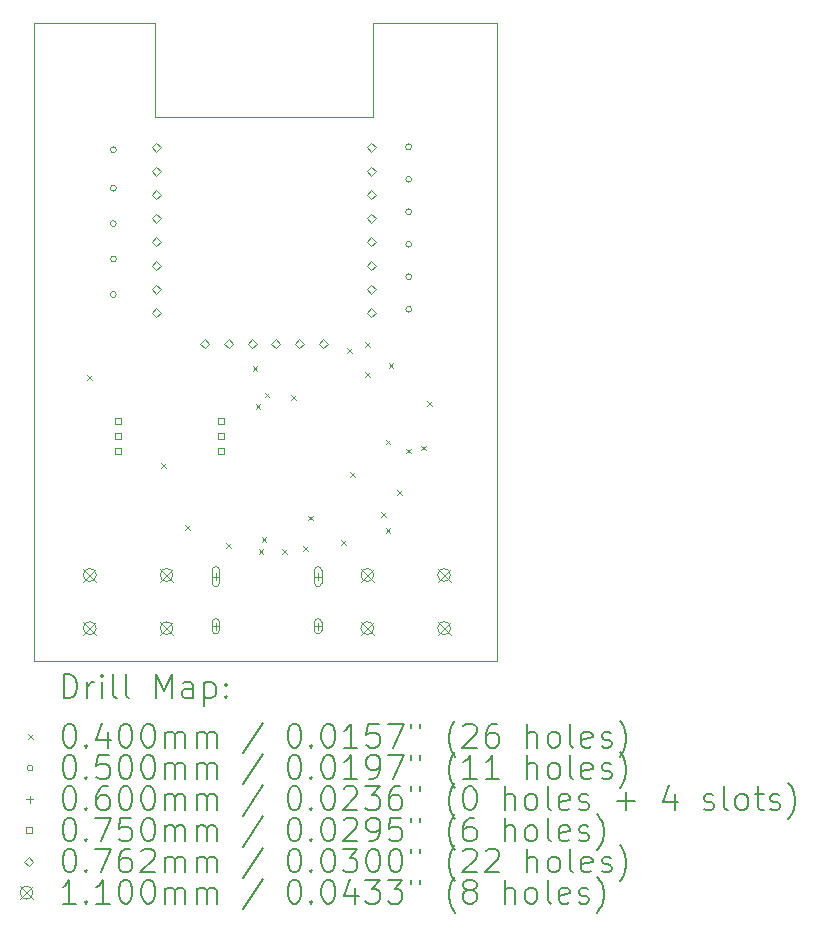
<source format=gbr>
%TF.GenerationSoftware,KiCad,Pcbnew,7.0.9*%
%TF.CreationDate,2024-01-07T11:32:04+01:00*%
%TF.ProjectId,esp32_programmer,65737033-325f-4707-926f-6772616d6d65,rev?*%
%TF.SameCoordinates,Original*%
%TF.FileFunction,Drillmap*%
%TF.FilePolarity,Positive*%
%FSLAX45Y45*%
G04 Gerber Fmt 4.5, Leading zero omitted, Abs format (unit mm)*
G04 Created by KiCad (PCBNEW 7.0.9) date 2024-01-07 11:32:04*
%MOMM*%
%LPD*%
G01*
G04 APERTURE LIST*
%ADD10C,0.100000*%
%ADD11C,0.200000*%
%ADD12C,0.110000*%
G04 APERTURE END LIST*
D10*
X13625000Y-9100000D02*
X15475000Y-9100000D01*
X15475000Y-8300000D01*
X16525000Y-8300000D01*
X16525000Y-13700000D01*
X12600000Y-13700000D01*
X12600000Y-8300000D01*
X13625000Y-8300000D01*
X13625000Y-9100000D01*
D11*
D10*
X13055000Y-11280000D02*
X13095000Y-11320000D01*
X13095000Y-11280000D02*
X13055000Y-11320000D01*
X13680000Y-12030000D02*
X13720000Y-12070000D01*
X13720000Y-12030000D02*
X13680000Y-12070000D01*
X13880000Y-12555000D02*
X13920000Y-12595000D01*
X13920000Y-12555000D02*
X13880000Y-12595000D01*
X14230000Y-12705000D02*
X14270000Y-12745000D01*
X14270000Y-12705000D02*
X14230000Y-12745000D01*
X14455000Y-11205000D02*
X14495000Y-11245000D01*
X14495000Y-11205000D02*
X14455000Y-11245000D01*
X14480000Y-11530000D02*
X14520000Y-11570000D01*
X14520000Y-11530000D02*
X14480000Y-11570000D01*
X14505000Y-12755000D02*
X14545000Y-12795000D01*
X14545000Y-12755000D02*
X14505000Y-12795000D01*
X14530000Y-12655000D02*
X14570000Y-12695000D01*
X14570000Y-12655000D02*
X14530000Y-12695000D01*
X14555000Y-11430000D02*
X14595000Y-11470000D01*
X14595000Y-11430000D02*
X14555000Y-11470000D01*
X14705000Y-12755000D02*
X14745000Y-12795000D01*
X14745000Y-12755000D02*
X14705000Y-12795000D01*
X14780000Y-11455000D02*
X14820000Y-11495000D01*
X14820000Y-11455000D02*
X14780000Y-11495000D01*
X14880000Y-12730000D02*
X14920000Y-12770000D01*
X14920000Y-12730000D02*
X14880000Y-12770000D01*
X14922037Y-12472450D02*
X14962037Y-12512450D01*
X14962037Y-12472450D02*
X14922037Y-12512450D01*
X15205000Y-12680000D02*
X15245000Y-12720000D01*
X15245000Y-12680000D02*
X15205000Y-12720000D01*
X15255000Y-11055000D02*
X15295000Y-11095000D01*
X15295000Y-11055000D02*
X15255000Y-11095000D01*
X15280000Y-12105000D02*
X15320000Y-12145000D01*
X15320000Y-12105000D02*
X15280000Y-12145000D01*
X15405000Y-11005000D02*
X15445000Y-11045000D01*
X15445000Y-11005000D02*
X15405000Y-11045000D01*
X15405000Y-11255000D02*
X15445000Y-11295000D01*
X15445000Y-11255000D02*
X15405000Y-11295000D01*
X15541924Y-12442666D02*
X15581924Y-12482666D01*
X15581924Y-12442666D02*
X15541924Y-12482666D01*
X15580000Y-11830000D02*
X15620000Y-11870000D01*
X15620000Y-11830000D02*
X15580000Y-11870000D01*
X15580000Y-12580000D02*
X15620000Y-12620000D01*
X15620000Y-12580000D02*
X15580000Y-12620000D01*
X15605000Y-11180050D02*
X15645000Y-11220050D01*
X15645000Y-11180050D02*
X15605000Y-11220050D01*
X15680000Y-12255000D02*
X15720000Y-12295000D01*
X15720000Y-12255000D02*
X15680000Y-12295000D01*
X15755000Y-11905000D02*
X15795000Y-11945000D01*
X15795000Y-11905000D02*
X15755000Y-11945000D01*
X15880000Y-11880000D02*
X15920000Y-11920000D01*
X15920000Y-11880000D02*
X15880000Y-11920000D01*
X15930000Y-11505000D02*
X15970000Y-11545000D01*
X15970000Y-11505000D02*
X15930000Y-11545000D01*
X13300000Y-9375000D02*
G75*
G03*
X13300000Y-9375000I-25000J0D01*
G01*
X13300000Y-9700000D02*
G75*
G03*
X13300000Y-9700000I-25000J0D01*
G01*
X13300000Y-10000000D02*
G75*
G03*
X13300000Y-10000000I-25000J0D01*
G01*
X13300000Y-10300000D02*
G75*
G03*
X13300000Y-10300000I-25000J0D01*
G01*
X13300000Y-10600000D02*
G75*
G03*
X13300000Y-10600000I-25000J0D01*
G01*
X15800000Y-9350000D02*
G75*
G03*
X15800000Y-9350000I-25000J0D01*
G01*
X15800000Y-9625000D02*
G75*
G03*
X15800000Y-9625000I-25000J0D01*
G01*
X15800000Y-9900000D02*
G75*
G03*
X15800000Y-9900000I-25000J0D01*
G01*
X15800000Y-10175000D02*
G75*
G03*
X15800000Y-10175000I-25000J0D01*
G01*
X15800000Y-10450000D02*
G75*
G03*
X15800000Y-10450000I-25000J0D01*
G01*
X15800000Y-10725000D02*
G75*
G03*
X15800000Y-10725000I-25000J0D01*
G01*
X14142500Y-12958500D02*
X14142500Y-13018500D01*
X14112500Y-12988500D02*
X14172500Y-12988500D01*
X14172500Y-13043500D02*
X14172500Y-12933500D01*
X14172500Y-12933500D02*
G75*
G03*
X14112500Y-12933500I-30000J0D01*
G01*
X14112500Y-12933500D02*
X14112500Y-13043500D01*
X14112500Y-13043500D02*
G75*
G03*
X14172500Y-13043500I30000J0D01*
G01*
X14142500Y-13378500D02*
X14142500Y-13438500D01*
X14112500Y-13408500D02*
X14172500Y-13408500D01*
X14172500Y-13443500D02*
X14172500Y-13373500D01*
X14172500Y-13373500D02*
G75*
G03*
X14112500Y-13373500I-30000J0D01*
G01*
X14112500Y-13373500D02*
X14112500Y-13443500D01*
X14112500Y-13443500D02*
G75*
G03*
X14172500Y-13443500I30000J0D01*
G01*
X15007500Y-12958500D02*
X15007500Y-13018500D01*
X14977500Y-12988500D02*
X15037500Y-12988500D01*
X15037500Y-13043500D02*
X15037500Y-12933500D01*
X15037500Y-12933500D02*
G75*
G03*
X14977500Y-12933500I-30000J0D01*
G01*
X14977500Y-12933500D02*
X14977500Y-13043500D01*
X14977500Y-13043500D02*
G75*
G03*
X15037500Y-13043500I30000J0D01*
G01*
X15007500Y-13378500D02*
X15007500Y-13438500D01*
X14977500Y-13408500D02*
X15037500Y-13408500D01*
X15037500Y-13443500D02*
X15037500Y-13373500D01*
X15037500Y-13373500D02*
G75*
G03*
X14977500Y-13373500I-30000J0D01*
G01*
X14977500Y-13373500D02*
X14977500Y-13443500D01*
X14977500Y-13443500D02*
G75*
G03*
X15037500Y-13443500I30000J0D01*
G01*
X13337517Y-11699517D02*
X13337517Y-11646483D01*
X13284483Y-11646483D01*
X13284483Y-11699517D01*
X13337517Y-11699517D01*
X13337517Y-11826517D02*
X13337517Y-11773483D01*
X13284483Y-11773483D01*
X13284483Y-11826517D01*
X13337517Y-11826517D01*
X13337517Y-11953517D02*
X13337517Y-11900483D01*
X13284483Y-11900483D01*
X13284483Y-11953517D01*
X13337517Y-11953517D01*
X14212517Y-11699517D02*
X14212517Y-11646483D01*
X14159483Y-11646483D01*
X14159483Y-11699517D01*
X14212517Y-11699517D01*
X14212517Y-11826517D02*
X14212517Y-11773483D01*
X14159483Y-11773483D01*
X14159483Y-11826517D01*
X14212517Y-11826517D01*
X14212517Y-11953517D02*
X14212517Y-11900483D01*
X14159483Y-11900483D01*
X14159483Y-11953517D01*
X14212517Y-11953517D01*
X13640000Y-9393100D02*
X13678100Y-9355000D01*
X13640000Y-9316900D01*
X13601900Y-9355000D01*
X13640000Y-9393100D01*
X13640000Y-9593100D02*
X13678100Y-9555000D01*
X13640000Y-9516900D01*
X13601900Y-9555000D01*
X13640000Y-9593100D01*
X13640000Y-9793100D02*
X13678100Y-9755000D01*
X13640000Y-9716900D01*
X13601900Y-9755000D01*
X13640000Y-9793100D01*
X13640000Y-9993100D02*
X13678100Y-9955000D01*
X13640000Y-9916900D01*
X13601900Y-9955000D01*
X13640000Y-9993100D01*
X13640000Y-10193100D02*
X13678100Y-10155000D01*
X13640000Y-10116900D01*
X13601900Y-10155000D01*
X13640000Y-10193100D01*
X13640000Y-10393100D02*
X13678100Y-10355000D01*
X13640000Y-10316900D01*
X13601900Y-10355000D01*
X13640000Y-10393100D01*
X13640000Y-10593100D02*
X13678100Y-10555000D01*
X13640000Y-10516900D01*
X13601900Y-10555000D01*
X13640000Y-10593100D01*
X13640000Y-10793100D02*
X13678100Y-10755000D01*
X13640000Y-10716900D01*
X13601900Y-10755000D01*
X13640000Y-10793100D01*
X14050000Y-11053100D02*
X14088100Y-11015000D01*
X14050000Y-10976900D01*
X14011900Y-11015000D01*
X14050000Y-11053100D01*
X14250000Y-11053100D02*
X14288100Y-11015000D01*
X14250000Y-10976900D01*
X14211900Y-11015000D01*
X14250000Y-11053100D01*
X14450000Y-11053100D02*
X14488100Y-11015000D01*
X14450000Y-10976900D01*
X14411900Y-11015000D01*
X14450000Y-11053100D01*
X14650000Y-11053100D02*
X14688100Y-11015000D01*
X14650000Y-10976900D01*
X14611900Y-11015000D01*
X14650000Y-11053100D01*
X14850000Y-11053100D02*
X14888100Y-11015000D01*
X14850000Y-10976900D01*
X14811900Y-11015000D01*
X14850000Y-11053100D01*
X15050000Y-11053100D02*
X15088100Y-11015000D01*
X15050000Y-10976900D01*
X15011900Y-11015000D01*
X15050000Y-11053100D01*
X15460000Y-9393100D02*
X15498100Y-9355000D01*
X15460000Y-9316900D01*
X15421900Y-9355000D01*
X15460000Y-9393100D01*
X15460000Y-9593100D02*
X15498100Y-9555000D01*
X15460000Y-9516900D01*
X15421900Y-9555000D01*
X15460000Y-9593100D01*
X15460000Y-9793100D02*
X15498100Y-9755000D01*
X15460000Y-9716900D01*
X15421900Y-9755000D01*
X15460000Y-9793100D01*
X15460000Y-9993100D02*
X15498100Y-9955000D01*
X15460000Y-9916900D01*
X15421900Y-9955000D01*
X15460000Y-9993100D01*
X15460000Y-10193100D02*
X15498100Y-10155000D01*
X15460000Y-10116900D01*
X15421900Y-10155000D01*
X15460000Y-10193100D01*
X15460000Y-10393100D02*
X15498100Y-10355000D01*
X15460000Y-10316900D01*
X15421900Y-10355000D01*
X15460000Y-10393100D01*
X15460000Y-10593100D02*
X15498100Y-10555000D01*
X15460000Y-10516900D01*
X15421900Y-10555000D01*
X15460000Y-10593100D01*
X15460000Y-10793100D02*
X15498100Y-10755000D01*
X15460000Y-10716900D01*
X15421900Y-10755000D01*
X15460000Y-10793100D01*
D12*
X13020000Y-12920000D02*
X13130000Y-13030000D01*
X13130000Y-12920000D02*
X13020000Y-13030000D01*
X13130000Y-12975000D02*
G75*
G03*
X13130000Y-12975000I-55000J0D01*
G01*
X13020000Y-13370000D02*
X13130000Y-13480000D01*
X13130000Y-13370000D02*
X13020000Y-13480000D01*
X13130000Y-13425000D02*
G75*
G03*
X13130000Y-13425000I-55000J0D01*
G01*
X13670000Y-12920000D02*
X13780000Y-13030000D01*
X13780000Y-12920000D02*
X13670000Y-13030000D01*
X13780000Y-12975000D02*
G75*
G03*
X13780000Y-12975000I-55000J0D01*
G01*
X13670000Y-13370000D02*
X13780000Y-13480000D01*
X13780000Y-13370000D02*
X13670000Y-13480000D01*
X13780000Y-13425000D02*
G75*
G03*
X13780000Y-13425000I-55000J0D01*
G01*
X15370000Y-12920000D02*
X15480000Y-13030000D01*
X15480000Y-12920000D02*
X15370000Y-13030000D01*
X15480000Y-12975000D02*
G75*
G03*
X15480000Y-12975000I-55000J0D01*
G01*
X15370000Y-13370000D02*
X15480000Y-13480000D01*
X15480000Y-13370000D02*
X15370000Y-13480000D01*
X15480000Y-13425000D02*
G75*
G03*
X15480000Y-13425000I-55000J0D01*
G01*
X16020000Y-12920000D02*
X16130000Y-13030000D01*
X16130000Y-12920000D02*
X16020000Y-13030000D01*
X16130000Y-12975000D02*
G75*
G03*
X16130000Y-12975000I-55000J0D01*
G01*
X16020000Y-13370000D02*
X16130000Y-13480000D01*
X16130000Y-13370000D02*
X16020000Y-13480000D01*
X16130000Y-13425000D02*
G75*
G03*
X16130000Y-13425000I-55000J0D01*
G01*
D11*
X12855777Y-14016484D02*
X12855777Y-13816484D01*
X12855777Y-13816484D02*
X12903396Y-13816484D01*
X12903396Y-13816484D02*
X12931967Y-13826008D01*
X12931967Y-13826008D02*
X12951015Y-13845055D01*
X12951015Y-13845055D02*
X12960539Y-13864103D01*
X12960539Y-13864103D02*
X12970062Y-13902198D01*
X12970062Y-13902198D02*
X12970062Y-13930769D01*
X12970062Y-13930769D02*
X12960539Y-13968865D01*
X12960539Y-13968865D02*
X12951015Y-13987912D01*
X12951015Y-13987912D02*
X12931967Y-14006960D01*
X12931967Y-14006960D02*
X12903396Y-14016484D01*
X12903396Y-14016484D02*
X12855777Y-14016484D01*
X13055777Y-14016484D02*
X13055777Y-13883150D01*
X13055777Y-13921246D02*
X13065301Y-13902198D01*
X13065301Y-13902198D02*
X13074824Y-13892674D01*
X13074824Y-13892674D02*
X13093872Y-13883150D01*
X13093872Y-13883150D02*
X13112920Y-13883150D01*
X13179586Y-14016484D02*
X13179586Y-13883150D01*
X13179586Y-13816484D02*
X13170062Y-13826008D01*
X13170062Y-13826008D02*
X13179586Y-13835531D01*
X13179586Y-13835531D02*
X13189110Y-13826008D01*
X13189110Y-13826008D02*
X13179586Y-13816484D01*
X13179586Y-13816484D02*
X13179586Y-13835531D01*
X13303396Y-14016484D02*
X13284348Y-14006960D01*
X13284348Y-14006960D02*
X13274824Y-13987912D01*
X13274824Y-13987912D02*
X13274824Y-13816484D01*
X13408158Y-14016484D02*
X13389110Y-14006960D01*
X13389110Y-14006960D02*
X13379586Y-13987912D01*
X13379586Y-13987912D02*
X13379586Y-13816484D01*
X13636729Y-14016484D02*
X13636729Y-13816484D01*
X13636729Y-13816484D02*
X13703396Y-13959341D01*
X13703396Y-13959341D02*
X13770062Y-13816484D01*
X13770062Y-13816484D02*
X13770062Y-14016484D01*
X13951015Y-14016484D02*
X13951015Y-13911722D01*
X13951015Y-13911722D02*
X13941491Y-13892674D01*
X13941491Y-13892674D02*
X13922443Y-13883150D01*
X13922443Y-13883150D02*
X13884348Y-13883150D01*
X13884348Y-13883150D02*
X13865301Y-13892674D01*
X13951015Y-14006960D02*
X13931967Y-14016484D01*
X13931967Y-14016484D02*
X13884348Y-14016484D01*
X13884348Y-14016484D02*
X13865301Y-14006960D01*
X13865301Y-14006960D02*
X13855777Y-13987912D01*
X13855777Y-13987912D02*
X13855777Y-13968865D01*
X13855777Y-13968865D02*
X13865301Y-13949817D01*
X13865301Y-13949817D02*
X13884348Y-13940293D01*
X13884348Y-13940293D02*
X13931967Y-13940293D01*
X13931967Y-13940293D02*
X13951015Y-13930769D01*
X14046253Y-13883150D02*
X14046253Y-14083150D01*
X14046253Y-13892674D02*
X14065301Y-13883150D01*
X14065301Y-13883150D02*
X14103396Y-13883150D01*
X14103396Y-13883150D02*
X14122443Y-13892674D01*
X14122443Y-13892674D02*
X14131967Y-13902198D01*
X14131967Y-13902198D02*
X14141491Y-13921246D01*
X14141491Y-13921246D02*
X14141491Y-13978388D01*
X14141491Y-13978388D02*
X14131967Y-13997436D01*
X14131967Y-13997436D02*
X14122443Y-14006960D01*
X14122443Y-14006960D02*
X14103396Y-14016484D01*
X14103396Y-14016484D02*
X14065301Y-14016484D01*
X14065301Y-14016484D02*
X14046253Y-14006960D01*
X14227205Y-13997436D02*
X14236729Y-14006960D01*
X14236729Y-14006960D02*
X14227205Y-14016484D01*
X14227205Y-14016484D02*
X14217682Y-14006960D01*
X14217682Y-14006960D02*
X14227205Y-13997436D01*
X14227205Y-13997436D02*
X14227205Y-14016484D01*
X14227205Y-13892674D02*
X14236729Y-13902198D01*
X14236729Y-13902198D02*
X14227205Y-13911722D01*
X14227205Y-13911722D02*
X14217682Y-13902198D01*
X14217682Y-13902198D02*
X14227205Y-13892674D01*
X14227205Y-13892674D02*
X14227205Y-13911722D01*
D10*
X12555000Y-14325000D02*
X12595000Y-14365000D01*
X12595000Y-14325000D02*
X12555000Y-14365000D01*
D11*
X12893872Y-14236484D02*
X12912920Y-14236484D01*
X12912920Y-14236484D02*
X12931967Y-14246008D01*
X12931967Y-14246008D02*
X12941491Y-14255531D01*
X12941491Y-14255531D02*
X12951015Y-14274579D01*
X12951015Y-14274579D02*
X12960539Y-14312674D01*
X12960539Y-14312674D02*
X12960539Y-14360293D01*
X12960539Y-14360293D02*
X12951015Y-14398388D01*
X12951015Y-14398388D02*
X12941491Y-14417436D01*
X12941491Y-14417436D02*
X12931967Y-14426960D01*
X12931967Y-14426960D02*
X12912920Y-14436484D01*
X12912920Y-14436484D02*
X12893872Y-14436484D01*
X12893872Y-14436484D02*
X12874824Y-14426960D01*
X12874824Y-14426960D02*
X12865301Y-14417436D01*
X12865301Y-14417436D02*
X12855777Y-14398388D01*
X12855777Y-14398388D02*
X12846253Y-14360293D01*
X12846253Y-14360293D02*
X12846253Y-14312674D01*
X12846253Y-14312674D02*
X12855777Y-14274579D01*
X12855777Y-14274579D02*
X12865301Y-14255531D01*
X12865301Y-14255531D02*
X12874824Y-14246008D01*
X12874824Y-14246008D02*
X12893872Y-14236484D01*
X13046253Y-14417436D02*
X13055777Y-14426960D01*
X13055777Y-14426960D02*
X13046253Y-14436484D01*
X13046253Y-14436484D02*
X13036729Y-14426960D01*
X13036729Y-14426960D02*
X13046253Y-14417436D01*
X13046253Y-14417436D02*
X13046253Y-14436484D01*
X13227205Y-14303150D02*
X13227205Y-14436484D01*
X13179586Y-14226960D02*
X13131967Y-14369817D01*
X13131967Y-14369817D02*
X13255777Y-14369817D01*
X13370062Y-14236484D02*
X13389110Y-14236484D01*
X13389110Y-14236484D02*
X13408158Y-14246008D01*
X13408158Y-14246008D02*
X13417682Y-14255531D01*
X13417682Y-14255531D02*
X13427205Y-14274579D01*
X13427205Y-14274579D02*
X13436729Y-14312674D01*
X13436729Y-14312674D02*
X13436729Y-14360293D01*
X13436729Y-14360293D02*
X13427205Y-14398388D01*
X13427205Y-14398388D02*
X13417682Y-14417436D01*
X13417682Y-14417436D02*
X13408158Y-14426960D01*
X13408158Y-14426960D02*
X13389110Y-14436484D01*
X13389110Y-14436484D02*
X13370062Y-14436484D01*
X13370062Y-14436484D02*
X13351015Y-14426960D01*
X13351015Y-14426960D02*
X13341491Y-14417436D01*
X13341491Y-14417436D02*
X13331967Y-14398388D01*
X13331967Y-14398388D02*
X13322443Y-14360293D01*
X13322443Y-14360293D02*
X13322443Y-14312674D01*
X13322443Y-14312674D02*
X13331967Y-14274579D01*
X13331967Y-14274579D02*
X13341491Y-14255531D01*
X13341491Y-14255531D02*
X13351015Y-14246008D01*
X13351015Y-14246008D02*
X13370062Y-14236484D01*
X13560539Y-14236484D02*
X13579586Y-14236484D01*
X13579586Y-14236484D02*
X13598634Y-14246008D01*
X13598634Y-14246008D02*
X13608158Y-14255531D01*
X13608158Y-14255531D02*
X13617682Y-14274579D01*
X13617682Y-14274579D02*
X13627205Y-14312674D01*
X13627205Y-14312674D02*
X13627205Y-14360293D01*
X13627205Y-14360293D02*
X13617682Y-14398388D01*
X13617682Y-14398388D02*
X13608158Y-14417436D01*
X13608158Y-14417436D02*
X13598634Y-14426960D01*
X13598634Y-14426960D02*
X13579586Y-14436484D01*
X13579586Y-14436484D02*
X13560539Y-14436484D01*
X13560539Y-14436484D02*
X13541491Y-14426960D01*
X13541491Y-14426960D02*
X13531967Y-14417436D01*
X13531967Y-14417436D02*
X13522443Y-14398388D01*
X13522443Y-14398388D02*
X13512920Y-14360293D01*
X13512920Y-14360293D02*
X13512920Y-14312674D01*
X13512920Y-14312674D02*
X13522443Y-14274579D01*
X13522443Y-14274579D02*
X13531967Y-14255531D01*
X13531967Y-14255531D02*
X13541491Y-14246008D01*
X13541491Y-14246008D02*
X13560539Y-14236484D01*
X13712920Y-14436484D02*
X13712920Y-14303150D01*
X13712920Y-14322198D02*
X13722443Y-14312674D01*
X13722443Y-14312674D02*
X13741491Y-14303150D01*
X13741491Y-14303150D02*
X13770063Y-14303150D01*
X13770063Y-14303150D02*
X13789110Y-14312674D01*
X13789110Y-14312674D02*
X13798634Y-14331722D01*
X13798634Y-14331722D02*
X13798634Y-14436484D01*
X13798634Y-14331722D02*
X13808158Y-14312674D01*
X13808158Y-14312674D02*
X13827205Y-14303150D01*
X13827205Y-14303150D02*
X13855777Y-14303150D01*
X13855777Y-14303150D02*
X13874824Y-14312674D01*
X13874824Y-14312674D02*
X13884348Y-14331722D01*
X13884348Y-14331722D02*
X13884348Y-14436484D01*
X13979586Y-14436484D02*
X13979586Y-14303150D01*
X13979586Y-14322198D02*
X13989110Y-14312674D01*
X13989110Y-14312674D02*
X14008158Y-14303150D01*
X14008158Y-14303150D02*
X14036729Y-14303150D01*
X14036729Y-14303150D02*
X14055777Y-14312674D01*
X14055777Y-14312674D02*
X14065301Y-14331722D01*
X14065301Y-14331722D02*
X14065301Y-14436484D01*
X14065301Y-14331722D02*
X14074824Y-14312674D01*
X14074824Y-14312674D02*
X14093872Y-14303150D01*
X14093872Y-14303150D02*
X14122443Y-14303150D01*
X14122443Y-14303150D02*
X14141491Y-14312674D01*
X14141491Y-14312674D02*
X14151015Y-14331722D01*
X14151015Y-14331722D02*
X14151015Y-14436484D01*
X14541491Y-14226960D02*
X14370063Y-14484103D01*
X14798634Y-14236484D02*
X14817682Y-14236484D01*
X14817682Y-14236484D02*
X14836729Y-14246008D01*
X14836729Y-14246008D02*
X14846253Y-14255531D01*
X14846253Y-14255531D02*
X14855777Y-14274579D01*
X14855777Y-14274579D02*
X14865301Y-14312674D01*
X14865301Y-14312674D02*
X14865301Y-14360293D01*
X14865301Y-14360293D02*
X14855777Y-14398388D01*
X14855777Y-14398388D02*
X14846253Y-14417436D01*
X14846253Y-14417436D02*
X14836729Y-14426960D01*
X14836729Y-14426960D02*
X14817682Y-14436484D01*
X14817682Y-14436484D02*
X14798634Y-14436484D01*
X14798634Y-14436484D02*
X14779586Y-14426960D01*
X14779586Y-14426960D02*
X14770063Y-14417436D01*
X14770063Y-14417436D02*
X14760539Y-14398388D01*
X14760539Y-14398388D02*
X14751015Y-14360293D01*
X14751015Y-14360293D02*
X14751015Y-14312674D01*
X14751015Y-14312674D02*
X14760539Y-14274579D01*
X14760539Y-14274579D02*
X14770063Y-14255531D01*
X14770063Y-14255531D02*
X14779586Y-14246008D01*
X14779586Y-14246008D02*
X14798634Y-14236484D01*
X14951015Y-14417436D02*
X14960539Y-14426960D01*
X14960539Y-14426960D02*
X14951015Y-14436484D01*
X14951015Y-14436484D02*
X14941491Y-14426960D01*
X14941491Y-14426960D02*
X14951015Y-14417436D01*
X14951015Y-14417436D02*
X14951015Y-14436484D01*
X15084348Y-14236484D02*
X15103396Y-14236484D01*
X15103396Y-14236484D02*
X15122444Y-14246008D01*
X15122444Y-14246008D02*
X15131967Y-14255531D01*
X15131967Y-14255531D02*
X15141491Y-14274579D01*
X15141491Y-14274579D02*
X15151015Y-14312674D01*
X15151015Y-14312674D02*
X15151015Y-14360293D01*
X15151015Y-14360293D02*
X15141491Y-14398388D01*
X15141491Y-14398388D02*
X15131967Y-14417436D01*
X15131967Y-14417436D02*
X15122444Y-14426960D01*
X15122444Y-14426960D02*
X15103396Y-14436484D01*
X15103396Y-14436484D02*
X15084348Y-14436484D01*
X15084348Y-14436484D02*
X15065301Y-14426960D01*
X15065301Y-14426960D02*
X15055777Y-14417436D01*
X15055777Y-14417436D02*
X15046253Y-14398388D01*
X15046253Y-14398388D02*
X15036729Y-14360293D01*
X15036729Y-14360293D02*
X15036729Y-14312674D01*
X15036729Y-14312674D02*
X15046253Y-14274579D01*
X15046253Y-14274579D02*
X15055777Y-14255531D01*
X15055777Y-14255531D02*
X15065301Y-14246008D01*
X15065301Y-14246008D02*
X15084348Y-14236484D01*
X15341491Y-14436484D02*
X15227206Y-14436484D01*
X15284348Y-14436484D02*
X15284348Y-14236484D01*
X15284348Y-14236484D02*
X15265301Y-14265055D01*
X15265301Y-14265055D02*
X15246253Y-14284103D01*
X15246253Y-14284103D02*
X15227206Y-14293627D01*
X15522444Y-14236484D02*
X15427206Y-14236484D01*
X15427206Y-14236484D02*
X15417682Y-14331722D01*
X15417682Y-14331722D02*
X15427206Y-14322198D01*
X15427206Y-14322198D02*
X15446253Y-14312674D01*
X15446253Y-14312674D02*
X15493872Y-14312674D01*
X15493872Y-14312674D02*
X15512920Y-14322198D01*
X15512920Y-14322198D02*
X15522444Y-14331722D01*
X15522444Y-14331722D02*
X15531967Y-14350769D01*
X15531967Y-14350769D02*
X15531967Y-14398388D01*
X15531967Y-14398388D02*
X15522444Y-14417436D01*
X15522444Y-14417436D02*
X15512920Y-14426960D01*
X15512920Y-14426960D02*
X15493872Y-14436484D01*
X15493872Y-14436484D02*
X15446253Y-14436484D01*
X15446253Y-14436484D02*
X15427206Y-14426960D01*
X15427206Y-14426960D02*
X15417682Y-14417436D01*
X15598634Y-14236484D02*
X15731967Y-14236484D01*
X15731967Y-14236484D02*
X15646253Y-14436484D01*
X15798634Y-14236484D02*
X15798634Y-14274579D01*
X15874825Y-14236484D02*
X15874825Y-14274579D01*
X16170063Y-14512674D02*
X16160539Y-14503150D01*
X16160539Y-14503150D02*
X16141491Y-14474579D01*
X16141491Y-14474579D02*
X16131968Y-14455531D01*
X16131968Y-14455531D02*
X16122444Y-14426960D01*
X16122444Y-14426960D02*
X16112920Y-14379341D01*
X16112920Y-14379341D02*
X16112920Y-14341246D01*
X16112920Y-14341246D02*
X16122444Y-14293627D01*
X16122444Y-14293627D02*
X16131968Y-14265055D01*
X16131968Y-14265055D02*
X16141491Y-14246008D01*
X16141491Y-14246008D02*
X16160539Y-14217436D01*
X16160539Y-14217436D02*
X16170063Y-14207912D01*
X16236729Y-14255531D02*
X16246253Y-14246008D01*
X16246253Y-14246008D02*
X16265301Y-14236484D01*
X16265301Y-14236484D02*
X16312920Y-14236484D01*
X16312920Y-14236484D02*
X16331968Y-14246008D01*
X16331968Y-14246008D02*
X16341491Y-14255531D01*
X16341491Y-14255531D02*
X16351015Y-14274579D01*
X16351015Y-14274579D02*
X16351015Y-14293627D01*
X16351015Y-14293627D02*
X16341491Y-14322198D01*
X16341491Y-14322198D02*
X16227206Y-14436484D01*
X16227206Y-14436484D02*
X16351015Y-14436484D01*
X16522444Y-14236484D02*
X16484348Y-14236484D01*
X16484348Y-14236484D02*
X16465301Y-14246008D01*
X16465301Y-14246008D02*
X16455777Y-14255531D01*
X16455777Y-14255531D02*
X16436729Y-14284103D01*
X16436729Y-14284103D02*
X16427206Y-14322198D01*
X16427206Y-14322198D02*
X16427206Y-14398388D01*
X16427206Y-14398388D02*
X16436729Y-14417436D01*
X16436729Y-14417436D02*
X16446253Y-14426960D01*
X16446253Y-14426960D02*
X16465301Y-14436484D01*
X16465301Y-14436484D02*
X16503396Y-14436484D01*
X16503396Y-14436484D02*
X16522444Y-14426960D01*
X16522444Y-14426960D02*
X16531968Y-14417436D01*
X16531968Y-14417436D02*
X16541491Y-14398388D01*
X16541491Y-14398388D02*
X16541491Y-14350769D01*
X16541491Y-14350769D02*
X16531968Y-14331722D01*
X16531968Y-14331722D02*
X16522444Y-14322198D01*
X16522444Y-14322198D02*
X16503396Y-14312674D01*
X16503396Y-14312674D02*
X16465301Y-14312674D01*
X16465301Y-14312674D02*
X16446253Y-14322198D01*
X16446253Y-14322198D02*
X16436729Y-14331722D01*
X16436729Y-14331722D02*
X16427206Y-14350769D01*
X16779587Y-14436484D02*
X16779587Y-14236484D01*
X16865301Y-14436484D02*
X16865301Y-14331722D01*
X16865301Y-14331722D02*
X16855777Y-14312674D01*
X16855777Y-14312674D02*
X16836730Y-14303150D01*
X16836730Y-14303150D02*
X16808158Y-14303150D01*
X16808158Y-14303150D02*
X16789111Y-14312674D01*
X16789111Y-14312674D02*
X16779587Y-14322198D01*
X16989111Y-14436484D02*
X16970063Y-14426960D01*
X16970063Y-14426960D02*
X16960539Y-14417436D01*
X16960539Y-14417436D02*
X16951015Y-14398388D01*
X16951015Y-14398388D02*
X16951015Y-14341246D01*
X16951015Y-14341246D02*
X16960539Y-14322198D01*
X16960539Y-14322198D02*
X16970063Y-14312674D01*
X16970063Y-14312674D02*
X16989111Y-14303150D01*
X16989111Y-14303150D02*
X17017682Y-14303150D01*
X17017682Y-14303150D02*
X17036730Y-14312674D01*
X17036730Y-14312674D02*
X17046253Y-14322198D01*
X17046253Y-14322198D02*
X17055777Y-14341246D01*
X17055777Y-14341246D02*
X17055777Y-14398388D01*
X17055777Y-14398388D02*
X17046253Y-14417436D01*
X17046253Y-14417436D02*
X17036730Y-14426960D01*
X17036730Y-14426960D02*
X17017682Y-14436484D01*
X17017682Y-14436484D02*
X16989111Y-14436484D01*
X17170063Y-14436484D02*
X17151015Y-14426960D01*
X17151015Y-14426960D02*
X17141492Y-14407912D01*
X17141492Y-14407912D02*
X17141492Y-14236484D01*
X17322444Y-14426960D02*
X17303396Y-14436484D01*
X17303396Y-14436484D02*
X17265301Y-14436484D01*
X17265301Y-14436484D02*
X17246253Y-14426960D01*
X17246253Y-14426960D02*
X17236730Y-14407912D01*
X17236730Y-14407912D02*
X17236730Y-14331722D01*
X17236730Y-14331722D02*
X17246253Y-14312674D01*
X17246253Y-14312674D02*
X17265301Y-14303150D01*
X17265301Y-14303150D02*
X17303396Y-14303150D01*
X17303396Y-14303150D02*
X17322444Y-14312674D01*
X17322444Y-14312674D02*
X17331968Y-14331722D01*
X17331968Y-14331722D02*
X17331968Y-14350769D01*
X17331968Y-14350769D02*
X17236730Y-14369817D01*
X17408158Y-14426960D02*
X17427206Y-14436484D01*
X17427206Y-14436484D02*
X17465301Y-14436484D01*
X17465301Y-14436484D02*
X17484349Y-14426960D01*
X17484349Y-14426960D02*
X17493873Y-14407912D01*
X17493873Y-14407912D02*
X17493873Y-14398388D01*
X17493873Y-14398388D02*
X17484349Y-14379341D01*
X17484349Y-14379341D02*
X17465301Y-14369817D01*
X17465301Y-14369817D02*
X17436730Y-14369817D01*
X17436730Y-14369817D02*
X17417682Y-14360293D01*
X17417682Y-14360293D02*
X17408158Y-14341246D01*
X17408158Y-14341246D02*
X17408158Y-14331722D01*
X17408158Y-14331722D02*
X17417682Y-14312674D01*
X17417682Y-14312674D02*
X17436730Y-14303150D01*
X17436730Y-14303150D02*
X17465301Y-14303150D01*
X17465301Y-14303150D02*
X17484349Y-14312674D01*
X17560539Y-14512674D02*
X17570063Y-14503150D01*
X17570063Y-14503150D02*
X17589111Y-14474579D01*
X17589111Y-14474579D02*
X17598634Y-14455531D01*
X17598634Y-14455531D02*
X17608158Y-14426960D01*
X17608158Y-14426960D02*
X17617682Y-14379341D01*
X17617682Y-14379341D02*
X17617682Y-14341246D01*
X17617682Y-14341246D02*
X17608158Y-14293627D01*
X17608158Y-14293627D02*
X17598634Y-14265055D01*
X17598634Y-14265055D02*
X17589111Y-14246008D01*
X17589111Y-14246008D02*
X17570063Y-14217436D01*
X17570063Y-14217436D02*
X17560539Y-14207912D01*
D10*
X12595000Y-14609000D02*
G75*
G03*
X12595000Y-14609000I-25000J0D01*
G01*
D11*
X12893872Y-14500484D02*
X12912920Y-14500484D01*
X12912920Y-14500484D02*
X12931967Y-14510008D01*
X12931967Y-14510008D02*
X12941491Y-14519531D01*
X12941491Y-14519531D02*
X12951015Y-14538579D01*
X12951015Y-14538579D02*
X12960539Y-14576674D01*
X12960539Y-14576674D02*
X12960539Y-14624293D01*
X12960539Y-14624293D02*
X12951015Y-14662388D01*
X12951015Y-14662388D02*
X12941491Y-14681436D01*
X12941491Y-14681436D02*
X12931967Y-14690960D01*
X12931967Y-14690960D02*
X12912920Y-14700484D01*
X12912920Y-14700484D02*
X12893872Y-14700484D01*
X12893872Y-14700484D02*
X12874824Y-14690960D01*
X12874824Y-14690960D02*
X12865301Y-14681436D01*
X12865301Y-14681436D02*
X12855777Y-14662388D01*
X12855777Y-14662388D02*
X12846253Y-14624293D01*
X12846253Y-14624293D02*
X12846253Y-14576674D01*
X12846253Y-14576674D02*
X12855777Y-14538579D01*
X12855777Y-14538579D02*
X12865301Y-14519531D01*
X12865301Y-14519531D02*
X12874824Y-14510008D01*
X12874824Y-14510008D02*
X12893872Y-14500484D01*
X13046253Y-14681436D02*
X13055777Y-14690960D01*
X13055777Y-14690960D02*
X13046253Y-14700484D01*
X13046253Y-14700484D02*
X13036729Y-14690960D01*
X13036729Y-14690960D02*
X13046253Y-14681436D01*
X13046253Y-14681436D02*
X13046253Y-14700484D01*
X13236729Y-14500484D02*
X13141491Y-14500484D01*
X13141491Y-14500484D02*
X13131967Y-14595722D01*
X13131967Y-14595722D02*
X13141491Y-14586198D01*
X13141491Y-14586198D02*
X13160539Y-14576674D01*
X13160539Y-14576674D02*
X13208158Y-14576674D01*
X13208158Y-14576674D02*
X13227205Y-14586198D01*
X13227205Y-14586198D02*
X13236729Y-14595722D01*
X13236729Y-14595722D02*
X13246253Y-14614769D01*
X13246253Y-14614769D02*
X13246253Y-14662388D01*
X13246253Y-14662388D02*
X13236729Y-14681436D01*
X13236729Y-14681436D02*
X13227205Y-14690960D01*
X13227205Y-14690960D02*
X13208158Y-14700484D01*
X13208158Y-14700484D02*
X13160539Y-14700484D01*
X13160539Y-14700484D02*
X13141491Y-14690960D01*
X13141491Y-14690960D02*
X13131967Y-14681436D01*
X13370062Y-14500484D02*
X13389110Y-14500484D01*
X13389110Y-14500484D02*
X13408158Y-14510008D01*
X13408158Y-14510008D02*
X13417682Y-14519531D01*
X13417682Y-14519531D02*
X13427205Y-14538579D01*
X13427205Y-14538579D02*
X13436729Y-14576674D01*
X13436729Y-14576674D02*
X13436729Y-14624293D01*
X13436729Y-14624293D02*
X13427205Y-14662388D01*
X13427205Y-14662388D02*
X13417682Y-14681436D01*
X13417682Y-14681436D02*
X13408158Y-14690960D01*
X13408158Y-14690960D02*
X13389110Y-14700484D01*
X13389110Y-14700484D02*
X13370062Y-14700484D01*
X13370062Y-14700484D02*
X13351015Y-14690960D01*
X13351015Y-14690960D02*
X13341491Y-14681436D01*
X13341491Y-14681436D02*
X13331967Y-14662388D01*
X13331967Y-14662388D02*
X13322443Y-14624293D01*
X13322443Y-14624293D02*
X13322443Y-14576674D01*
X13322443Y-14576674D02*
X13331967Y-14538579D01*
X13331967Y-14538579D02*
X13341491Y-14519531D01*
X13341491Y-14519531D02*
X13351015Y-14510008D01*
X13351015Y-14510008D02*
X13370062Y-14500484D01*
X13560539Y-14500484D02*
X13579586Y-14500484D01*
X13579586Y-14500484D02*
X13598634Y-14510008D01*
X13598634Y-14510008D02*
X13608158Y-14519531D01*
X13608158Y-14519531D02*
X13617682Y-14538579D01*
X13617682Y-14538579D02*
X13627205Y-14576674D01*
X13627205Y-14576674D02*
X13627205Y-14624293D01*
X13627205Y-14624293D02*
X13617682Y-14662388D01*
X13617682Y-14662388D02*
X13608158Y-14681436D01*
X13608158Y-14681436D02*
X13598634Y-14690960D01*
X13598634Y-14690960D02*
X13579586Y-14700484D01*
X13579586Y-14700484D02*
X13560539Y-14700484D01*
X13560539Y-14700484D02*
X13541491Y-14690960D01*
X13541491Y-14690960D02*
X13531967Y-14681436D01*
X13531967Y-14681436D02*
X13522443Y-14662388D01*
X13522443Y-14662388D02*
X13512920Y-14624293D01*
X13512920Y-14624293D02*
X13512920Y-14576674D01*
X13512920Y-14576674D02*
X13522443Y-14538579D01*
X13522443Y-14538579D02*
X13531967Y-14519531D01*
X13531967Y-14519531D02*
X13541491Y-14510008D01*
X13541491Y-14510008D02*
X13560539Y-14500484D01*
X13712920Y-14700484D02*
X13712920Y-14567150D01*
X13712920Y-14586198D02*
X13722443Y-14576674D01*
X13722443Y-14576674D02*
X13741491Y-14567150D01*
X13741491Y-14567150D02*
X13770063Y-14567150D01*
X13770063Y-14567150D02*
X13789110Y-14576674D01*
X13789110Y-14576674D02*
X13798634Y-14595722D01*
X13798634Y-14595722D02*
X13798634Y-14700484D01*
X13798634Y-14595722D02*
X13808158Y-14576674D01*
X13808158Y-14576674D02*
X13827205Y-14567150D01*
X13827205Y-14567150D02*
X13855777Y-14567150D01*
X13855777Y-14567150D02*
X13874824Y-14576674D01*
X13874824Y-14576674D02*
X13884348Y-14595722D01*
X13884348Y-14595722D02*
X13884348Y-14700484D01*
X13979586Y-14700484D02*
X13979586Y-14567150D01*
X13979586Y-14586198D02*
X13989110Y-14576674D01*
X13989110Y-14576674D02*
X14008158Y-14567150D01*
X14008158Y-14567150D02*
X14036729Y-14567150D01*
X14036729Y-14567150D02*
X14055777Y-14576674D01*
X14055777Y-14576674D02*
X14065301Y-14595722D01*
X14065301Y-14595722D02*
X14065301Y-14700484D01*
X14065301Y-14595722D02*
X14074824Y-14576674D01*
X14074824Y-14576674D02*
X14093872Y-14567150D01*
X14093872Y-14567150D02*
X14122443Y-14567150D01*
X14122443Y-14567150D02*
X14141491Y-14576674D01*
X14141491Y-14576674D02*
X14151015Y-14595722D01*
X14151015Y-14595722D02*
X14151015Y-14700484D01*
X14541491Y-14490960D02*
X14370063Y-14748103D01*
X14798634Y-14500484D02*
X14817682Y-14500484D01*
X14817682Y-14500484D02*
X14836729Y-14510008D01*
X14836729Y-14510008D02*
X14846253Y-14519531D01*
X14846253Y-14519531D02*
X14855777Y-14538579D01*
X14855777Y-14538579D02*
X14865301Y-14576674D01*
X14865301Y-14576674D02*
X14865301Y-14624293D01*
X14865301Y-14624293D02*
X14855777Y-14662388D01*
X14855777Y-14662388D02*
X14846253Y-14681436D01*
X14846253Y-14681436D02*
X14836729Y-14690960D01*
X14836729Y-14690960D02*
X14817682Y-14700484D01*
X14817682Y-14700484D02*
X14798634Y-14700484D01*
X14798634Y-14700484D02*
X14779586Y-14690960D01*
X14779586Y-14690960D02*
X14770063Y-14681436D01*
X14770063Y-14681436D02*
X14760539Y-14662388D01*
X14760539Y-14662388D02*
X14751015Y-14624293D01*
X14751015Y-14624293D02*
X14751015Y-14576674D01*
X14751015Y-14576674D02*
X14760539Y-14538579D01*
X14760539Y-14538579D02*
X14770063Y-14519531D01*
X14770063Y-14519531D02*
X14779586Y-14510008D01*
X14779586Y-14510008D02*
X14798634Y-14500484D01*
X14951015Y-14681436D02*
X14960539Y-14690960D01*
X14960539Y-14690960D02*
X14951015Y-14700484D01*
X14951015Y-14700484D02*
X14941491Y-14690960D01*
X14941491Y-14690960D02*
X14951015Y-14681436D01*
X14951015Y-14681436D02*
X14951015Y-14700484D01*
X15084348Y-14500484D02*
X15103396Y-14500484D01*
X15103396Y-14500484D02*
X15122444Y-14510008D01*
X15122444Y-14510008D02*
X15131967Y-14519531D01*
X15131967Y-14519531D02*
X15141491Y-14538579D01*
X15141491Y-14538579D02*
X15151015Y-14576674D01*
X15151015Y-14576674D02*
X15151015Y-14624293D01*
X15151015Y-14624293D02*
X15141491Y-14662388D01*
X15141491Y-14662388D02*
X15131967Y-14681436D01*
X15131967Y-14681436D02*
X15122444Y-14690960D01*
X15122444Y-14690960D02*
X15103396Y-14700484D01*
X15103396Y-14700484D02*
X15084348Y-14700484D01*
X15084348Y-14700484D02*
X15065301Y-14690960D01*
X15065301Y-14690960D02*
X15055777Y-14681436D01*
X15055777Y-14681436D02*
X15046253Y-14662388D01*
X15046253Y-14662388D02*
X15036729Y-14624293D01*
X15036729Y-14624293D02*
X15036729Y-14576674D01*
X15036729Y-14576674D02*
X15046253Y-14538579D01*
X15046253Y-14538579D02*
X15055777Y-14519531D01*
X15055777Y-14519531D02*
X15065301Y-14510008D01*
X15065301Y-14510008D02*
X15084348Y-14500484D01*
X15341491Y-14700484D02*
X15227206Y-14700484D01*
X15284348Y-14700484D02*
X15284348Y-14500484D01*
X15284348Y-14500484D02*
X15265301Y-14529055D01*
X15265301Y-14529055D02*
X15246253Y-14548103D01*
X15246253Y-14548103D02*
X15227206Y-14557627D01*
X15436729Y-14700484D02*
X15474825Y-14700484D01*
X15474825Y-14700484D02*
X15493872Y-14690960D01*
X15493872Y-14690960D02*
X15503396Y-14681436D01*
X15503396Y-14681436D02*
X15522444Y-14652865D01*
X15522444Y-14652865D02*
X15531967Y-14614769D01*
X15531967Y-14614769D02*
X15531967Y-14538579D01*
X15531967Y-14538579D02*
X15522444Y-14519531D01*
X15522444Y-14519531D02*
X15512920Y-14510008D01*
X15512920Y-14510008D02*
X15493872Y-14500484D01*
X15493872Y-14500484D02*
X15455777Y-14500484D01*
X15455777Y-14500484D02*
X15436729Y-14510008D01*
X15436729Y-14510008D02*
X15427206Y-14519531D01*
X15427206Y-14519531D02*
X15417682Y-14538579D01*
X15417682Y-14538579D02*
X15417682Y-14586198D01*
X15417682Y-14586198D02*
X15427206Y-14605246D01*
X15427206Y-14605246D02*
X15436729Y-14614769D01*
X15436729Y-14614769D02*
X15455777Y-14624293D01*
X15455777Y-14624293D02*
X15493872Y-14624293D01*
X15493872Y-14624293D02*
X15512920Y-14614769D01*
X15512920Y-14614769D02*
X15522444Y-14605246D01*
X15522444Y-14605246D02*
X15531967Y-14586198D01*
X15598634Y-14500484D02*
X15731967Y-14500484D01*
X15731967Y-14500484D02*
X15646253Y-14700484D01*
X15798634Y-14500484D02*
X15798634Y-14538579D01*
X15874825Y-14500484D02*
X15874825Y-14538579D01*
X16170063Y-14776674D02*
X16160539Y-14767150D01*
X16160539Y-14767150D02*
X16141491Y-14738579D01*
X16141491Y-14738579D02*
X16131968Y-14719531D01*
X16131968Y-14719531D02*
X16122444Y-14690960D01*
X16122444Y-14690960D02*
X16112920Y-14643341D01*
X16112920Y-14643341D02*
X16112920Y-14605246D01*
X16112920Y-14605246D02*
X16122444Y-14557627D01*
X16122444Y-14557627D02*
X16131968Y-14529055D01*
X16131968Y-14529055D02*
X16141491Y-14510008D01*
X16141491Y-14510008D02*
X16160539Y-14481436D01*
X16160539Y-14481436D02*
X16170063Y-14471912D01*
X16351015Y-14700484D02*
X16236729Y-14700484D01*
X16293872Y-14700484D02*
X16293872Y-14500484D01*
X16293872Y-14500484D02*
X16274825Y-14529055D01*
X16274825Y-14529055D02*
X16255777Y-14548103D01*
X16255777Y-14548103D02*
X16236729Y-14557627D01*
X16541491Y-14700484D02*
X16427206Y-14700484D01*
X16484348Y-14700484D02*
X16484348Y-14500484D01*
X16484348Y-14500484D02*
X16465301Y-14529055D01*
X16465301Y-14529055D02*
X16446253Y-14548103D01*
X16446253Y-14548103D02*
X16427206Y-14557627D01*
X16779587Y-14700484D02*
X16779587Y-14500484D01*
X16865301Y-14700484D02*
X16865301Y-14595722D01*
X16865301Y-14595722D02*
X16855777Y-14576674D01*
X16855777Y-14576674D02*
X16836730Y-14567150D01*
X16836730Y-14567150D02*
X16808158Y-14567150D01*
X16808158Y-14567150D02*
X16789111Y-14576674D01*
X16789111Y-14576674D02*
X16779587Y-14586198D01*
X16989111Y-14700484D02*
X16970063Y-14690960D01*
X16970063Y-14690960D02*
X16960539Y-14681436D01*
X16960539Y-14681436D02*
X16951015Y-14662388D01*
X16951015Y-14662388D02*
X16951015Y-14605246D01*
X16951015Y-14605246D02*
X16960539Y-14586198D01*
X16960539Y-14586198D02*
X16970063Y-14576674D01*
X16970063Y-14576674D02*
X16989111Y-14567150D01*
X16989111Y-14567150D02*
X17017682Y-14567150D01*
X17017682Y-14567150D02*
X17036730Y-14576674D01*
X17036730Y-14576674D02*
X17046253Y-14586198D01*
X17046253Y-14586198D02*
X17055777Y-14605246D01*
X17055777Y-14605246D02*
X17055777Y-14662388D01*
X17055777Y-14662388D02*
X17046253Y-14681436D01*
X17046253Y-14681436D02*
X17036730Y-14690960D01*
X17036730Y-14690960D02*
X17017682Y-14700484D01*
X17017682Y-14700484D02*
X16989111Y-14700484D01*
X17170063Y-14700484D02*
X17151015Y-14690960D01*
X17151015Y-14690960D02*
X17141492Y-14671912D01*
X17141492Y-14671912D02*
X17141492Y-14500484D01*
X17322444Y-14690960D02*
X17303396Y-14700484D01*
X17303396Y-14700484D02*
X17265301Y-14700484D01*
X17265301Y-14700484D02*
X17246253Y-14690960D01*
X17246253Y-14690960D02*
X17236730Y-14671912D01*
X17236730Y-14671912D02*
X17236730Y-14595722D01*
X17236730Y-14595722D02*
X17246253Y-14576674D01*
X17246253Y-14576674D02*
X17265301Y-14567150D01*
X17265301Y-14567150D02*
X17303396Y-14567150D01*
X17303396Y-14567150D02*
X17322444Y-14576674D01*
X17322444Y-14576674D02*
X17331968Y-14595722D01*
X17331968Y-14595722D02*
X17331968Y-14614769D01*
X17331968Y-14614769D02*
X17236730Y-14633817D01*
X17408158Y-14690960D02*
X17427206Y-14700484D01*
X17427206Y-14700484D02*
X17465301Y-14700484D01*
X17465301Y-14700484D02*
X17484349Y-14690960D01*
X17484349Y-14690960D02*
X17493873Y-14671912D01*
X17493873Y-14671912D02*
X17493873Y-14662388D01*
X17493873Y-14662388D02*
X17484349Y-14643341D01*
X17484349Y-14643341D02*
X17465301Y-14633817D01*
X17465301Y-14633817D02*
X17436730Y-14633817D01*
X17436730Y-14633817D02*
X17417682Y-14624293D01*
X17417682Y-14624293D02*
X17408158Y-14605246D01*
X17408158Y-14605246D02*
X17408158Y-14595722D01*
X17408158Y-14595722D02*
X17417682Y-14576674D01*
X17417682Y-14576674D02*
X17436730Y-14567150D01*
X17436730Y-14567150D02*
X17465301Y-14567150D01*
X17465301Y-14567150D02*
X17484349Y-14576674D01*
X17560539Y-14776674D02*
X17570063Y-14767150D01*
X17570063Y-14767150D02*
X17589111Y-14738579D01*
X17589111Y-14738579D02*
X17598634Y-14719531D01*
X17598634Y-14719531D02*
X17608158Y-14690960D01*
X17608158Y-14690960D02*
X17617682Y-14643341D01*
X17617682Y-14643341D02*
X17617682Y-14605246D01*
X17617682Y-14605246D02*
X17608158Y-14557627D01*
X17608158Y-14557627D02*
X17598634Y-14529055D01*
X17598634Y-14529055D02*
X17589111Y-14510008D01*
X17589111Y-14510008D02*
X17570063Y-14481436D01*
X17570063Y-14481436D02*
X17560539Y-14471912D01*
D10*
X12565000Y-14843000D02*
X12565000Y-14903000D01*
X12535000Y-14873000D02*
X12595000Y-14873000D01*
D11*
X12893872Y-14764484D02*
X12912920Y-14764484D01*
X12912920Y-14764484D02*
X12931967Y-14774008D01*
X12931967Y-14774008D02*
X12941491Y-14783531D01*
X12941491Y-14783531D02*
X12951015Y-14802579D01*
X12951015Y-14802579D02*
X12960539Y-14840674D01*
X12960539Y-14840674D02*
X12960539Y-14888293D01*
X12960539Y-14888293D02*
X12951015Y-14926388D01*
X12951015Y-14926388D02*
X12941491Y-14945436D01*
X12941491Y-14945436D02*
X12931967Y-14954960D01*
X12931967Y-14954960D02*
X12912920Y-14964484D01*
X12912920Y-14964484D02*
X12893872Y-14964484D01*
X12893872Y-14964484D02*
X12874824Y-14954960D01*
X12874824Y-14954960D02*
X12865301Y-14945436D01*
X12865301Y-14945436D02*
X12855777Y-14926388D01*
X12855777Y-14926388D02*
X12846253Y-14888293D01*
X12846253Y-14888293D02*
X12846253Y-14840674D01*
X12846253Y-14840674D02*
X12855777Y-14802579D01*
X12855777Y-14802579D02*
X12865301Y-14783531D01*
X12865301Y-14783531D02*
X12874824Y-14774008D01*
X12874824Y-14774008D02*
X12893872Y-14764484D01*
X13046253Y-14945436D02*
X13055777Y-14954960D01*
X13055777Y-14954960D02*
X13046253Y-14964484D01*
X13046253Y-14964484D02*
X13036729Y-14954960D01*
X13036729Y-14954960D02*
X13046253Y-14945436D01*
X13046253Y-14945436D02*
X13046253Y-14964484D01*
X13227205Y-14764484D02*
X13189110Y-14764484D01*
X13189110Y-14764484D02*
X13170062Y-14774008D01*
X13170062Y-14774008D02*
X13160539Y-14783531D01*
X13160539Y-14783531D02*
X13141491Y-14812103D01*
X13141491Y-14812103D02*
X13131967Y-14850198D01*
X13131967Y-14850198D02*
X13131967Y-14926388D01*
X13131967Y-14926388D02*
X13141491Y-14945436D01*
X13141491Y-14945436D02*
X13151015Y-14954960D01*
X13151015Y-14954960D02*
X13170062Y-14964484D01*
X13170062Y-14964484D02*
X13208158Y-14964484D01*
X13208158Y-14964484D02*
X13227205Y-14954960D01*
X13227205Y-14954960D02*
X13236729Y-14945436D01*
X13236729Y-14945436D02*
X13246253Y-14926388D01*
X13246253Y-14926388D02*
X13246253Y-14878769D01*
X13246253Y-14878769D02*
X13236729Y-14859722D01*
X13236729Y-14859722D02*
X13227205Y-14850198D01*
X13227205Y-14850198D02*
X13208158Y-14840674D01*
X13208158Y-14840674D02*
X13170062Y-14840674D01*
X13170062Y-14840674D02*
X13151015Y-14850198D01*
X13151015Y-14850198D02*
X13141491Y-14859722D01*
X13141491Y-14859722D02*
X13131967Y-14878769D01*
X13370062Y-14764484D02*
X13389110Y-14764484D01*
X13389110Y-14764484D02*
X13408158Y-14774008D01*
X13408158Y-14774008D02*
X13417682Y-14783531D01*
X13417682Y-14783531D02*
X13427205Y-14802579D01*
X13427205Y-14802579D02*
X13436729Y-14840674D01*
X13436729Y-14840674D02*
X13436729Y-14888293D01*
X13436729Y-14888293D02*
X13427205Y-14926388D01*
X13427205Y-14926388D02*
X13417682Y-14945436D01*
X13417682Y-14945436D02*
X13408158Y-14954960D01*
X13408158Y-14954960D02*
X13389110Y-14964484D01*
X13389110Y-14964484D02*
X13370062Y-14964484D01*
X13370062Y-14964484D02*
X13351015Y-14954960D01*
X13351015Y-14954960D02*
X13341491Y-14945436D01*
X13341491Y-14945436D02*
X13331967Y-14926388D01*
X13331967Y-14926388D02*
X13322443Y-14888293D01*
X13322443Y-14888293D02*
X13322443Y-14840674D01*
X13322443Y-14840674D02*
X13331967Y-14802579D01*
X13331967Y-14802579D02*
X13341491Y-14783531D01*
X13341491Y-14783531D02*
X13351015Y-14774008D01*
X13351015Y-14774008D02*
X13370062Y-14764484D01*
X13560539Y-14764484D02*
X13579586Y-14764484D01*
X13579586Y-14764484D02*
X13598634Y-14774008D01*
X13598634Y-14774008D02*
X13608158Y-14783531D01*
X13608158Y-14783531D02*
X13617682Y-14802579D01*
X13617682Y-14802579D02*
X13627205Y-14840674D01*
X13627205Y-14840674D02*
X13627205Y-14888293D01*
X13627205Y-14888293D02*
X13617682Y-14926388D01*
X13617682Y-14926388D02*
X13608158Y-14945436D01*
X13608158Y-14945436D02*
X13598634Y-14954960D01*
X13598634Y-14954960D02*
X13579586Y-14964484D01*
X13579586Y-14964484D02*
X13560539Y-14964484D01*
X13560539Y-14964484D02*
X13541491Y-14954960D01*
X13541491Y-14954960D02*
X13531967Y-14945436D01*
X13531967Y-14945436D02*
X13522443Y-14926388D01*
X13522443Y-14926388D02*
X13512920Y-14888293D01*
X13512920Y-14888293D02*
X13512920Y-14840674D01*
X13512920Y-14840674D02*
X13522443Y-14802579D01*
X13522443Y-14802579D02*
X13531967Y-14783531D01*
X13531967Y-14783531D02*
X13541491Y-14774008D01*
X13541491Y-14774008D02*
X13560539Y-14764484D01*
X13712920Y-14964484D02*
X13712920Y-14831150D01*
X13712920Y-14850198D02*
X13722443Y-14840674D01*
X13722443Y-14840674D02*
X13741491Y-14831150D01*
X13741491Y-14831150D02*
X13770063Y-14831150D01*
X13770063Y-14831150D02*
X13789110Y-14840674D01*
X13789110Y-14840674D02*
X13798634Y-14859722D01*
X13798634Y-14859722D02*
X13798634Y-14964484D01*
X13798634Y-14859722D02*
X13808158Y-14840674D01*
X13808158Y-14840674D02*
X13827205Y-14831150D01*
X13827205Y-14831150D02*
X13855777Y-14831150D01*
X13855777Y-14831150D02*
X13874824Y-14840674D01*
X13874824Y-14840674D02*
X13884348Y-14859722D01*
X13884348Y-14859722D02*
X13884348Y-14964484D01*
X13979586Y-14964484D02*
X13979586Y-14831150D01*
X13979586Y-14850198D02*
X13989110Y-14840674D01*
X13989110Y-14840674D02*
X14008158Y-14831150D01*
X14008158Y-14831150D02*
X14036729Y-14831150D01*
X14036729Y-14831150D02*
X14055777Y-14840674D01*
X14055777Y-14840674D02*
X14065301Y-14859722D01*
X14065301Y-14859722D02*
X14065301Y-14964484D01*
X14065301Y-14859722D02*
X14074824Y-14840674D01*
X14074824Y-14840674D02*
X14093872Y-14831150D01*
X14093872Y-14831150D02*
X14122443Y-14831150D01*
X14122443Y-14831150D02*
X14141491Y-14840674D01*
X14141491Y-14840674D02*
X14151015Y-14859722D01*
X14151015Y-14859722D02*
X14151015Y-14964484D01*
X14541491Y-14754960D02*
X14370063Y-15012103D01*
X14798634Y-14764484D02*
X14817682Y-14764484D01*
X14817682Y-14764484D02*
X14836729Y-14774008D01*
X14836729Y-14774008D02*
X14846253Y-14783531D01*
X14846253Y-14783531D02*
X14855777Y-14802579D01*
X14855777Y-14802579D02*
X14865301Y-14840674D01*
X14865301Y-14840674D02*
X14865301Y-14888293D01*
X14865301Y-14888293D02*
X14855777Y-14926388D01*
X14855777Y-14926388D02*
X14846253Y-14945436D01*
X14846253Y-14945436D02*
X14836729Y-14954960D01*
X14836729Y-14954960D02*
X14817682Y-14964484D01*
X14817682Y-14964484D02*
X14798634Y-14964484D01*
X14798634Y-14964484D02*
X14779586Y-14954960D01*
X14779586Y-14954960D02*
X14770063Y-14945436D01*
X14770063Y-14945436D02*
X14760539Y-14926388D01*
X14760539Y-14926388D02*
X14751015Y-14888293D01*
X14751015Y-14888293D02*
X14751015Y-14840674D01*
X14751015Y-14840674D02*
X14760539Y-14802579D01*
X14760539Y-14802579D02*
X14770063Y-14783531D01*
X14770063Y-14783531D02*
X14779586Y-14774008D01*
X14779586Y-14774008D02*
X14798634Y-14764484D01*
X14951015Y-14945436D02*
X14960539Y-14954960D01*
X14960539Y-14954960D02*
X14951015Y-14964484D01*
X14951015Y-14964484D02*
X14941491Y-14954960D01*
X14941491Y-14954960D02*
X14951015Y-14945436D01*
X14951015Y-14945436D02*
X14951015Y-14964484D01*
X15084348Y-14764484D02*
X15103396Y-14764484D01*
X15103396Y-14764484D02*
X15122444Y-14774008D01*
X15122444Y-14774008D02*
X15131967Y-14783531D01*
X15131967Y-14783531D02*
X15141491Y-14802579D01*
X15141491Y-14802579D02*
X15151015Y-14840674D01*
X15151015Y-14840674D02*
X15151015Y-14888293D01*
X15151015Y-14888293D02*
X15141491Y-14926388D01*
X15141491Y-14926388D02*
X15131967Y-14945436D01*
X15131967Y-14945436D02*
X15122444Y-14954960D01*
X15122444Y-14954960D02*
X15103396Y-14964484D01*
X15103396Y-14964484D02*
X15084348Y-14964484D01*
X15084348Y-14964484D02*
X15065301Y-14954960D01*
X15065301Y-14954960D02*
X15055777Y-14945436D01*
X15055777Y-14945436D02*
X15046253Y-14926388D01*
X15046253Y-14926388D02*
X15036729Y-14888293D01*
X15036729Y-14888293D02*
X15036729Y-14840674D01*
X15036729Y-14840674D02*
X15046253Y-14802579D01*
X15046253Y-14802579D02*
X15055777Y-14783531D01*
X15055777Y-14783531D02*
X15065301Y-14774008D01*
X15065301Y-14774008D02*
X15084348Y-14764484D01*
X15227206Y-14783531D02*
X15236729Y-14774008D01*
X15236729Y-14774008D02*
X15255777Y-14764484D01*
X15255777Y-14764484D02*
X15303396Y-14764484D01*
X15303396Y-14764484D02*
X15322444Y-14774008D01*
X15322444Y-14774008D02*
X15331967Y-14783531D01*
X15331967Y-14783531D02*
X15341491Y-14802579D01*
X15341491Y-14802579D02*
X15341491Y-14821627D01*
X15341491Y-14821627D02*
X15331967Y-14850198D01*
X15331967Y-14850198D02*
X15217682Y-14964484D01*
X15217682Y-14964484D02*
X15341491Y-14964484D01*
X15408158Y-14764484D02*
X15531967Y-14764484D01*
X15531967Y-14764484D02*
X15465301Y-14840674D01*
X15465301Y-14840674D02*
X15493872Y-14840674D01*
X15493872Y-14840674D02*
X15512920Y-14850198D01*
X15512920Y-14850198D02*
X15522444Y-14859722D01*
X15522444Y-14859722D02*
X15531967Y-14878769D01*
X15531967Y-14878769D02*
X15531967Y-14926388D01*
X15531967Y-14926388D02*
X15522444Y-14945436D01*
X15522444Y-14945436D02*
X15512920Y-14954960D01*
X15512920Y-14954960D02*
X15493872Y-14964484D01*
X15493872Y-14964484D02*
X15436729Y-14964484D01*
X15436729Y-14964484D02*
X15417682Y-14954960D01*
X15417682Y-14954960D02*
X15408158Y-14945436D01*
X15703396Y-14764484D02*
X15665301Y-14764484D01*
X15665301Y-14764484D02*
X15646253Y-14774008D01*
X15646253Y-14774008D02*
X15636729Y-14783531D01*
X15636729Y-14783531D02*
X15617682Y-14812103D01*
X15617682Y-14812103D02*
X15608158Y-14850198D01*
X15608158Y-14850198D02*
X15608158Y-14926388D01*
X15608158Y-14926388D02*
X15617682Y-14945436D01*
X15617682Y-14945436D02*
X15627206Y-14954960D01*
X15627206Y-14954960D02*
X15646253Y-14964484D01*
X15646253Y-14964484D02*
X15684348Y-14964484D01*
X15684348Y-14964484D02*
X15703396Y-14954960D01*
X15703396Y-14954960D02*
X15712920Y-14945436D01*
X15712920Y-14945436D02*
X15722444Y-14926388D01*
X15722444Y-14926388D02*
X15722444Y-14878769D01*
X15722444Y-14878769D02*
X15712920Y-14859722D01*
X15712920Y-14859722D02*
X15703396Y-14850198D01*
X15703396Y-14850198D02*
X15684348Y-14840674D01*
X15684348Y-14840674D02*
X15646253Y-14840674D01*
X15646253Y-14840674D02*
X15627206Y-14850198D01*
X15627206Y-14850198D02*
X15617682Y-14859722D01*
X15617682Y-14859722D02*
X15608158Y-14878769D01*
X15798634Y-14764484D02*
X15798634Y-14802579D01*
X15874825Y-14764484D02*
X15874825Y-14802579D01*
X16170063Y-15040674D02*
X16160539Y-15031150D01*
X16160539Y-15031150D02*
X16141491Y-15002579D01*
X16141491Y-15002579D02*
X16131968Y-14983531D01*
X16131968Y-14983531D02*
X16122444Y-14954960D01*
X16122444Y-14954960D02*
X16112920Y-14907341D01*
X16112920Y-14907341D02*
X16112920Y-14869246D01*
X16112920Y-14869246D02*
X16122444Y-14821627D01*
X16122444Y-14821627D02*
X16131968Y-14793055D01*
X16131968Y-14793055D02*
X16141491Y-14774008D01*
X16141491Y-14774008D02*
X16160539Y-14745436D01*
X16160539Y-14745436D02*
X16170063Y-14735912D01*
X16284348Y-14764484D02*
X16303396Y-14764484D01*
X16303396Y-14764484D02*
X16322444Y-14774008D01*
X16322444Y-14774008D02*
X16331968Y-14783531D01*
X16331968Y-14783531D02*
X16341491Y-14802579D01*
X16341491Y-14802579D02*
X16351015Y-14840674D01*
X16351015Y-14840674D02*
X16351015Y-14888293D01*
X16351015Y-14888293D02*
X16341491Y-14926388D01*
X16341491Y-14926388D02*
X16331968Y-14945436D01*
X16331968Y-14945436D02*
X16322444Y-14954960D01*
X16322444Y-14954960D02*
X16303396Y-14964484D01*
X16303396Y-14964484D02*
X16284348Y-14964484D01*
X16284348Y-14964484D02*
X16265301Y-14954960D01*
X16265301Y-14954960D02*
X16255777Y-14945436D01*
X16255777Y-14945436D02*
X16246253Y-14926388D01*
X16246253Y-14926388D02*
X16236729Y-14888293D01*
X16236729Y-14888293D02*
X16236729Y-14840674D01*
X16236729Y-14840674D02*
X16246253Y-14802579D01*
X16246253Y-14802579D02*
X16255777Y-14783531D01*
X16255777Y-14783531D02*
X16265301Y-14774008D01*
X16265301Y-14774008D02*
X16284348Y-14764484D01*
X16589110Y-14964484D02*
X16589110Y-14764484D01*
X16674825Y-14964484D02*
X16674825Y-14859722D01*
X16674825Y-14859722D02*
X16665301Y-14840674D01*
X16665301Y-14840674D02*
X16646253Y-14831150D01*
X16646253Y-14831150D02*
X16617682Y-14831150D01*
X16617682Y-14831150D02*
X16598634Y-14840674D01*
X16598634Y-14840674D02*
X16589110Y-14850198D01*
X16798634Y-14964484D02*
X16779587Y-14954960D01*
X16779587Y-14954960D02*
X16770063Y-14945436D01*
X16770063Y-14945436D02*
X16760539Y-14926388D01*
X16760539Y-14926388D02*
X16760539Y-14869246D01*
X16760539Y-14869246D02*
X16770063Y-14850198D01*
X16770063Y-14850198D02*
X16779587Y-14840674D01*
X16779587Y-14840674D02*
X16798634Y-14831150D01*
X16798634Y-14831150D02*
X16827206Y-14831150D01*
X16827206Y-14831150D02*
X16846253Y-14840674D01*
X16846253Y-14840674D02*
X16855777Y-14850198D01*
X16855777Y-14850198D02*
X16865301Y-14869246D01*
X16865301Y-14869246D02*
X16865301Y-14926388D01*
X16865301Y-14926388D02*
X16855777Y-14945436D01*
X16855777Y-14945436D02*
X16846253Y-14954960D01*
X16846253Y-14954960D02*
X16827206Y-14964484D01*
X16827206Y-14964484D02*
X16798634Y-14964484D01*
X16979587Y-14964484D02*
X16960539Y-14954960D01*
X16960539Y-14954960D02*
X16951015Y-14935912D01*
X16951015Y-14935912D02*
X16951015Y-14764484D01*
X17131968Y-14954960D02*
X17112920Y-14964484D01*
X17112920Y-14964484D02*
X17074825Y-14964484D01*
X17074825Y-14964484D02*
X17055777Y-14954960D01*
X17055777Y-14954960D02*
X17046253Y-14935912D01*
X17046253Y-14935912D02*
X17046253Y-14859722D01*
X17046253Y-14859722D02*
X17055777Y-14840674D01*
X17055777Y-14840674D02*
X17074825Y-14831150D01*
X17074825Y-14831150D02*
X17112920Y-14831150D01*
X17112920Y-14831150D02*
X17131968Y-14840674D01*
X17131968Y-14840674D02*
X17141492Y-14859722D01*
X17141492Y-14859722D02*
X17141492Y-14878769D01*
X17141492Y-14878769D02*
X17046253Y-14897817D01*
X17217682Y-14954960D02*
X17236730Y-14964484D01*
X17236730Y-14964484D02*
X17274825Y-14964484D01*
X17274825Y-14964484D02*
X17293873Y-14954960D01*
X17293873Y-14954960D02*
X17303396Y-14935912D01*
X17303396Y-14935912D02*
X17303396Y-14926388D01*
X17303396Y-14926388D02*
X17293873Y-14907341D01*
X17293873Y-14907341D02*
X17274825Y-14897817D01*
X17274825Y-14897817D02*
X17246253Y-14897817D01*
X17246253Y-14897817D02*
X17227206Y-14888293D01*
X17227206Y-14888293D02*
X17217682Y-14869246D01*
X17217682Y-14869246D02*
X17217682Y-14859722D01*
X17217682Y-14859722D02*
X17227206Y-14840674D01*
X17227206Y-14840674D02*
X17246253Y-14831150D01*
X17246253Y-14831150D02*
X17274825Y-14831150D01*
X17274825Y-14831150D02*
X17293873Y-14840674D01*
X17541492Y-14888293D02*
X17693873Y-14888293D01*
X17617682Y-14964484D02*
X17617682Y-14812103D01*
X18027206Y-14831150D02*
X18027206Y-14964484D01*
X17979587Y-14754960D02*
X17931968Y-14897817D01*
X17931968Y-14897817D02*
X18055777Y-14897817D01*
X18274825Y-14954960D02*
X18293873Y-14964484D01*
X18293873Y-14964484D02*
X18331968Y-14964484D01*
X18331968Y-14964484D02*
X18351016Y-14954960D01*
X18351016Y-14954960D02*
X18360539Y-14935912D01*
X18360539Y-14935912D02*
X18360539Y-14926388D01*
X18360539Y-14926388D02*
X18351016Y-14907341D01*
X18351016Y-14907341D02*
X18331968Y-14897817D01*
X18331968Y-14897817D02*
X18303396Y-14897817D01*
X18303396Y-14897817D02*
X18284349Y-14888293D01*
X18284349Y-14888293D02*
X18274825Y-14869246D01*
X18274825Y-14869246D02*
X18274825Y-14859722D01*
X18274825Y-14859722D02*
X18284349Y-14840674D01*
X18284349Y-14840674D02*
X18303396Y-14831150D01*
X18303396Y-14831150D02*
X18331968Y-14831150D01*
X18331968Y-14831150D02*
X18351016Y-14840674D01*
X18474825Y-14964484D02*
X18455777Y-14954960D01*
X18455777Y-14954960D02*
X18446254Y-14935912D01*
X18446254Y-14935912D02*
X18446254Y-14764484D01*
X18579587Y-14964484D02*
X18560539Y-14954960D01*
X18560539Y-14954960D02*
X18551016Y-14945436D01*
X18551016Y-14945436D02*
X18541492Y-14926388D01*
X18541492Y-14926388D02*
X18541492Y-14869246D01*
X18541492Y-14869246D02*
X18551016Y-14850198D01*
X18551016Y-14850198D02*
X18560539Y-14840674D01*
X18560539Y-14840674D02*
X18579587Y-14831150D01*
X18579587Y-14831150D02*
X18608158Y-14831150D01*
X18608158Y-14831150D02*
X18627206Y-14840674D01*
X18627206Y-14840674D02*
X18636730Y-14850198D01*
X18636730Y-14850198D02*
X18646254Y-14869246D01*
X18646254Y-14869246D02*
X18646254Y-14926388D01*
X18646254Y-14926388D02*
X18636730Y-14945436D01*
X18636730Y-14945436D02*
X18627206Y-14954960D01*
X18627206Y-14954960D02*
X18608158Y-14964484D01*
X18608158Y-14964484D02*
X18579587Y-14964484D01*
X18703397Y-14831150D02*
X18779587Y-14831150D01*
X18731968Y-14764484D02*
X18731968Y-14935912D01*
X18731968Y-14935912D02*
X18741492Y-14954960D01*
X18741492Y-14954960D02*
X18760539Y-14964484D01*
X18760539Y-14964484D02*
X18779587Y-14964484D01*
X18836730Y-14954960D02*
X18855777Y-14964484D01*
X18855777Y-14964484D02*
X18893873Y-14964484D01*
X18893873Y-14964484D02*
X18912920Y-14954960D01*
X18912920Y-14954960D02*
X18922444Y-14935912D01*
X18922444Y-14935912D02*
X18922444Y-14926388D01*
X18922444Y-14926388D02*
X18912920Y-14907341D01*
X18912920Y-14907341D02*
X18893873Y-14897817D01*
X18893873Y-14897817D02*
X18865301Y-14897817D01*
X18865301Y-14897817D02*
X18846254Y-14888293D01*
X18846254Y-14888293D02*
X18836730Y-14869246D01*
X18836730Y-14869246D02*
X18836730Y-14859722D01*
X18836730Y-14859722D02*
X18846254Y-14840674D01*
X18846254Y-14840674D02*
X18865301Y-14831150D01*
X18865301Y-14831150D02*
X18893873Y-14831150D01*
X18893873Y-14831150D02*
X18912920Y-14840674D01*
X18989111Y-15040674D02*
X18998635Y-15031150D01*
X18998635Y-15031150D02*
X19017682Y-15002579D01*
X19017682Y-15002579D02*
X19027206Y-14983531D01*
X19027206Y-14983531D02*
X19036730Y-14954960D01*
X19036730Y-14954960D02*
X19046254Y-14907341D01*
X19046254Y-14907341D02*
X19046254Y-14869246D01*
X19046254Y-14869246D02*
X19036730Y-14821627D01*
X19036730Y-14821627D02*
X19027206Y-14793055D01*
X19027206Y-14793055D02*
X19017682Y-14774008D01*
X19017682Y-14774008D02*
X18998635Y-14745436D01*
X18998635Y-14745436D02*
X18989111Y-14735912D01*
D10*
X12584017Y-15163517D02*
X12584017Y-15110483D01*
X12530983Y-15110483D01*
X12530983Y-15163517D01*
X12584017Y-15163517D01*
D11*
X12893872Y-15028484D02*
X12912920Y-15028484D01*
X12912920Y-15028484D02*
X12931967Y-15038008D01*
X12931967Y-15038008D02*
X12941491Y-15047531D01*
X12941491Y-15047531D02*
X12951015Y-15066579D01*
X12951015Y-15066579D02*
X12960539Y-15104674D01*
X12960539Y-15104674D02*
X12960539Y-15152293D01*
X12960539Y-15152293D02*
X12951015Y-15190388D01*
X12951015Y-15190388D02*
X12941491Y-15209436D01*
X12941491Y-15209436D02*
X12931967Y-15218960D01*
X12931967Y-15218960D02*
X12912920Y-15228484D01*
X12912920Y-15228484D02*
X12893872Y-15228484D01*
X12893872Y-15228484D02*
X12874824Y-15218960D01*
X12874824Y-15218960D02*
X12865301Y-15209436D01*
X12865301Y-15209436D02*
X12855777Y-15190388D01*
X12855777Y-15190388D02*
X12846253Y-15152293D01*
X12846253Y-15152293D02*
X12846253Y-15104674D01*
X12846253Y-15104674D02*
X12855777Y-15066579D01*
X12855777Y-15066579D02*
X12865301Y-15047531D01*
X12865301Y-15047531D02*
X12874824Y-15038008D01*
X12874824Y-15038008D02*
X12893872Y-15028484D01*
X13046253Y-15209436D02*
X13055777Y-15218960D01*
X13055777Y-15218960D02*
X13046253Y-15228484D01*
X13046253Y-15228484D02*
X13036729Y-15218960D01*
X13036729Y-15218960D02*
X13046253Y-15209436D01*
X13046253Y-15209436D02*
X13046253Y-15228484D01*
X13122443Y-15028484D02*
X13255777Y-15028484D01*
X13255777Y-15028484D02*
X13170062Y-15228484D01*
X13427205Y-15028484D02*
X13331967Y-15028484D01*
X13331967Y-15028484D02*
X13322443Y-15123722D01*
X13322443Y-15123722D02*
X13331967Y-15114198D01*
X13331967Y-15114198D02*
X13351015Y-15104674D01*
X13351015Y-15104674D02*
X13398634Y-15104674D01*
X13398634Y-15104674D02*
X13417682Y-15114198D01*
X13417682Y-15114198D02*
X13427205Y-15123722D01*
X13427205Y-15123722D02*
X13436729Y-15142769D01*
X13436729Y-15142769D02*
X13436729Y-15190388D01*
X13436729Y-15190388D02*
X13427205Y-15209436D01*
X13427205Y-15209436D02*
X13417682Y-15218960D01*
X13417682Y-15218960D02*
X13398634Y-15228484D01*
X13398634Y-15228484D02*
X13351015Y-15228484D01*
X13351015Y-15228484D02*
X13331967Y-15218960D01*
X13331967Y-15218960D02*
X13322443Y-15209436D01*
X13560539Y-15028484D02*
X13579586Y-15028484D01*
X13579586Y-15028484D02*
X13598634Y-15038008D01*
X13598634Y-15038008D02*
X13608158Y-15047531D01*
X13608158Y-15047531D02*
X13617682Y-15066579D01*
X13617682Y-15066579D02*
X13627205Y-15104674D01*
X13627205Y-15104674D02*
X13627205Y-15152293D01*
X13627205Y-15152293D02*
X13617682Y-15190388D01*
X13617682Y-15190388D02*
X13608158Y-15209436D01*
X13608158Y-15209436D02*
X13598634Y-15218960D01*
X13598634Y-15218960D02*
X13579586Y-15228484D01*
X13579586Y-15228484D02*
X13560539Y-15228484D01*
X13560539Y-15228484D02*
X13541491Y-15218960D01*
X13541491Y-15218960D02*
X13531967Y-15209436D01*
X13531967Y-15209436D02*
X13522443Y-15190388D01*
X13522443Y-15190388D02*
X13512920Y-15152293D01*
X13512920Y-15152293D02*
X13512920Y-15104674D01*
X13512920Y-15104674D02*
X13522443Y-15066579D01*
X13522443Y-15066579D02*
X13531967Y-15047531D01*
X13531967Y-15047531D02*
X13541491Y-15038008D01*
X13541491Y-15038008D02*
X13560539Y-15028484D01*
X13712920Y-15228484D02*
X13712920Y-15095150D01*
X13712920Y-15114198D02*
X13722443Y-15104674D01*
X13722443Y-15104674D02*
X13741491Y-15095150D01*
X13741491Y-15095150D02*
X13770063Y-15095150D01*
X13770063Y-15095150D02*
X13789110Y-15104674D01*
X13789110Y-15104674D02*
X13798634Y-15123722D01*
X13798634Y-15123722D02*
X13798634Y-15228484D01*
X13798634Y-15123722D02*
X13808158Y-15104674D01*
X13808158Y-15104674D02*
X13827205Y-15095150D01*
X13827205Y-15095150D02*
X13855777Y-15095150D01*
X13855777Y-15095150D02*
X13874824Y-15104674D01*
X13874824Y-15104674D02*
X13884348Y-15123722D01*
X13884348Y-15123722D02*
X13884348Y-15228484D01*
X13979586Y-15228484D02*
X13979586Y-15095150D01*
X13979586Y-15114198D02*
X13989110Y-15104674D01*
X13989110Y-15104674D02*
X14008158Y-15095150D01*
X14008158Y-15095150D02*
X14036729Y-15095150D01*
X14036729Y-15095150D02*
X14055777Y-15104674D01*
X14055777Y-15104674D02*
X14065301Y-15123722D01*
X14065301Y-15123722D02*
X14065301Y-15228484D01*
X14065301Y-15123722D02*
X14074824Y-15104674D01*
X14074824Y-15104674D02*
X14093872Y-15095150D01*
X14093872Y-15095150D02*
X14122443Y-15095150D01*
X14122443Y-15095150D02*
X14141491Y-15104674D01*
X14141491Y-15104674D02*
X14151015Y-15123722D01*
X14151015Y-15123722D02*
X14151015Y-15228484D01*
X14541491Y-15018960D02*
X14370063Y-15276103D01*
X14798634Y-15028484D02*
X14817682Y-15028484D01*
X14817682Y-15028484D02*
X14836729Y-15038008D01*
X14836729Y-15038008D02*
X14846253Y-15047531D01*
X14846253Y-15047531D02*
X14855777Y-15066579D01*
X14855777Y-15066579D02*
X14865301Y-15104674D01*
X14865301Y-15104674D02*
X14865301Y-15152293D01*
X14865301Y-15152293D02*
X14855777Y-15190388D01*
X14855777Y-15190388D02*
X14846253Y-15209436D01*
X14846253Y-15209436D02*
X14836729Y-15218960D01*
X14836729Y-15218960D02*
X14817682Y-15228484D01*
X14817682Y-15228484D02*
X14798634Y-15228484D01*
X14798634Y-15228484D02*
X14779586Y-15218960D01*
X14779586Y-15218960D02*
X14770063Y-15209436D01*
X14770063Y-15209436D02*
X14760539Y-15190388D01*
X14760539Y-15190388D02*
X14751015Y-15152293D01*
X14751015Y-15152293D02*
X14751015Y-15104674D01*
X14751015Y-15104674D02*
X14760539Y-15066579D01*
X14760539Y-15066579D02*
X14770063Y-15047531D01*
X14770063Y-15047531D02*
X14779586Y-15038008D01*
X14779586Y-15038008D02*
X14798634Y-15028484D01*
X14951015Y-15209436D02*
X14960539Y-15218960D01*
X14960539Y-15218960D02*
X14951015Y-15228484D01*
X14951015Y-15228484D02*
X14941491Y-15218960D01*
X14941491Y-15218960D02*
X14951015Y-15209436D01*
X14951015Y-15209436D02*
X14951015Y-15228484D01*
X15084348Y-15028484D02*
X15103396Y-15028484D01*
X15103396Y-15028484D02*
X15122444Y-15038008D01*
X15122444Y-15038008D02*
X15131967Y-15047531D01*
X15131967Y-15047531D02*
X15141491Y-15066579D01*
X15141491Y-15066579D02*
X15151015Y-15104674D01*
X15151015Y-15104674D02*
X15151015Y-15152293D01*
X15151015Y-15152293D02*
X15141491Y-15190388D01*
X15141491Y-15190388D02*
X15131967Y-15209436D01*
X15131967Y-15209436D02*
X15122444Y-15218960D01*
X15122444Y-15218960D02*
X15103396Y-15228484D01*
X15103396Y-15228484D02*
X15084348Y-15228484D01*
X15084348Y-15228484D02*
X15065301Y-15218960D01*
X15065301Y-15218960D02*
X15055777Y-15209436D01*
X15055777Y-15209436D02*
X15046253Y-15190388D01*
X15046253Y-15190388D02*
X15036729Y-15152293D01*
X15036729Y-15152293D02*
X15036729Y-15104674D01*
X15036729Y-15104674D02*
X15046253Y-15066579D01*
X15046253Y-15066579D02*
X15055777Y-15047531D01*
X15055777Y-15047531D02*
X15065301Y-15038008D01*
X15065301Y-15038008D02*
X15084348Y-15028484D01*
X15227206Y-15047531D02*
X15236729Y-15038008D01*
X15236729Y-15038008D02*
X15255777Y-15028484D01*
X15255777Y-15028484D02*
X15303396Y-15028484D01*
X15303396Y-15028484D02*
X15322444Y-15038008D01*
X15322444Y-15038008D02*
X15331967Y-15047531D01*
X15331967Y-15047531D02*
X15341491Y-15066579D01*
X15341491Y-15066579D02*
X15341491Y-15085627D01*
X15341491Y-15085627D02*
X15331967Y-15114198D01*
X15331967Y-15114198D02*
X15217682Y-15228484D01*
X15217682Y-15228484D02*
X15341491Y-15228484D01*
X15436729Y-15228484D02*
X15474825Y-15228484D01*
X15474825Y-15228484D02*
X15493872Y-15218960D01*
X15493872Y-15218960D02*
X15503396Y-15209436D01*
X15503396Y-15209436D02*
X15522444Y-15180865D01*
X15522444Y-15180865D02*
X15531967Y-15142769D01*
X15531967Y-15142769D02*
X15531967Y-15066579D01*
X15531967Y-15066579D02*
X15522444Y-15047531D01*
X15522444Y-15047531D02*
X15512920Y-15038008D01*
X15512920Y-15038008D02*
X15493872Y-15028484D01*
X15493872Y-15028484D02*
X15455777Y-15028484D01*
X15455777Y-15028484D02*
X15436729Y-15038008D01*
X15436729Y-15038008D02*
X15427206Y-15047531D01*
X15427206Y-15047531D02*
X15417682Y-15066579D01*
X15417682Y-15066579D02*
X15417682Y-15114198D01*
X15417682Y-15114198D02*
X15427206Y-15133246D01*
X15427206Y-15133246D02*
X15436729Y-15142769D01*
X15436729Y-15142769D02*
X15455777Y-15152293D01*
X15455777Y-15152293D02*
X15493872Y-15152293D01*
X15493872Y-15152293D02*
X15512920Y-15142769D01*
X15512920Y-15142769D02*
X15522444Y-15133246D01*
X15522444Y-15133246D02*
X15531967Y-15114198D01*
X15712920Y-15028484D02*
X15617682Y-15028484D01*
X15617682Y-15028484D02*
X15608158Y-15123722D01*
X15608158Y-15123722D02*
X15617682Y-15114198D01*
X15617682Y-15114198D02*
X15636729Y-15104674D01*
X15636729Y-15104674D02*
X15684348Y-15104674D01*
X15684348Y-15104674D02*
X15703396Y-15114198D01*
X15703396Y-15114198D02*
X15712920Y-15123722D01*
X15712920Y-15123722D02*
X15722444Y-15142769D01*
X15722444Y-15142769D02*
X15722444Y-15190388D01*
X15722444Y-15190388D02*
X15712920Y-15209436D01*
X15712920Y-15209436D02*
X15703396Y-15218960D01*
X15703396Y-15218960D02*
X15684348Y-15228484D01*
X15684348Y-15228484D02*
X15636729Y-15228484D01*
X15636729Y-15228484D02*
X15617682Y-15218960D01*
X15617682Y-15218960D02*
X15608158Y-15209436D01*
X15798634Y-15028484D02*
X15798634Y-15066579D01*
X15874825Y-15028484D02*
X15874825Y-15066579D01*
X16170063Y-15304674D02*
X16160539Y-15295150D01*
X16160539Y-15295150D02*
X16141491Y-15266579D01*
X16141491Y-15266579D02*
X16131968Y-15247531D01*
X16131968Y-15247531D02*
X16122444Y-15218960D01*
X16122444Y-15218960D02*
X16112920Y-15171341D01*
X16112920Y-15171341D02*
X16112920Y-15133246D01*
X16112920Y-15133246D02*
X16122444Y-15085627D01*
X16122444Y-15085627D02*
X16131968Y-15057055D01*
X16131968Y-15057055D02*
X16141491Y-15038008D01*
X16141491Y-15038008D02*
X16160539Y-15009436D01*
X16160539Y-15009436D02*
X16170063Y-14999912D01*
X16331968Y-15028484D02*
X16293872Y-15028484D01*
X16293872Y-15028484D02*
X16274825Y-15038008D01*
X16274825Y-15038008D02*
X16265301Y-15047531D01*
X16265301Y-15047531D02*
X16246253Y-15076103D01*
X16246253Y-15076103D02*
X16236729Y-15114198D01*
X16236729Y-15114198D02*
X16236729Y-15190388D01*
X16236729Y-15190388D02*
X16246253Y-15209436D01*
X16246253Y-15209436D02*
X16255777Y-15218960D01*
X16255777Y-15218960D02*
X16274825Y-15228484D01*
X16274825Y-15228484D02*
X16312920Y-15228484D01*
X16312920Y-15228484D02*
X16331968Y-15218960D01*
X16331968Y-15218960D02*
X16341491Y-15209436D01*
X16341491Y-15209436D02*
X16351015Y-15190388D01*
X16351015Y-15190388D02*
X16351015Y-15142769D01*
X16351015Y-15142769D02*
X16341491Y-15123722D01*
X16341491Y-15123722D02*
X16331968Y-15114198D01*
X16331968Y-15114198D02*
X16312920Y-15104674D01*
X16312920Y-15104674D02*
X16274825Y-15104674D01*
X16274825Y-15104674D02*
X16255777Y-15114198D01*
X16255777Y-15114198D02*
X16246253Y-15123722D01*
X16246253Y-15123722D02*
X16236729Y-15142769D01*
X16589110Y-15228484D02*
X16589110Y-15028484D01*
X16674825Y-15228484D02*
X16674825Y-15123722D01*
X16674825Y-15123722D02*
X16665301Y-15104674D01*
X16665301Y-15104674D02*
X16646253Y-15095150D01*
X16646253Y-15095150D02*
X16617682Y-15095150D01*
X16617682Y-15095150D02*
X16598634Y-15104674D01*
X16598634Y-15104674D02*
X16589110Y-15114198D01*
X16798634Y-15228484D02*
X16779587Y-15218960D01*
X16779587Y-15218960D02*
X16770063Y-15209436D01*
X16770063Y-15209436D02*
X16760539Y-15190388D01*
X16760539Y-15190388D02*
X16760539Y-15133246D01*
X16760539Y-15133246D02*
X16770063Y-15114198D01*
X16770063Y-15114198D02*
X16779587Y-15104674D01*
X16779587Y-15104674D02*
X16798634Y-15095150D01*
X16798634Y-15095150D02*
X16827206Y-15095150D01*
X16827206Y-15095150D02*
X16846253Y-15104674D01*
X16846253Y-15104674D02*
X16855777Y-15114198D01*
X16855777Y-15114198D02*
X16865301Y-15133246D01*
X16865301Y-15133246D02*
X16865301Y-15190388D01*
X16865301Y-15190388D02*
X16855777Y-15209436D01*
X16855777Y-15209436D02*
X16846253Y-15218960D01*
X16846253Y-15218960D02*
X16827206Y-15228484D01*
X16827206Y-15228484D02*
X16798634Y-15228484D01*
X16979587Y-15228484D02*
X16960539Y-15218960D01*
X16960539Y-15218960D02*
X16951015Y-15199912D01*
X16951015Y-15199912D02*
X16951015Y-15028484D01*
X17131968Y-15218960D02*
X17112920Y-15228484D01*
X17112920Y-15228484D02*
X17074825Y-15228484D01*
X17074825Y-15228484D02*
X17055777Y-15218960D01*
X17055777Y-15218960D02*
X17046253Y-15199912D01*
X17046253Y-15199912D02*
X17046253Y-15123722D01*
X17046253Y-15123722D02*
X17055777Y-15104674D01*
X17055777Y-15104674D02*
X17074825Y-15095150D01*
X17074825Y-15095150D02*
X17112920Y-15095150D01*
X17112920Y-15095150D02*
X17131968Y-15104674D01*
X17131968Y-15104674D02*
X17141492Y-15123722D01*
X17141492Y-15123722D02*
X17141492Y-15142769D01*
X17141492Y-15142769D02*
X17046253Y-15161817D01*
X17217682Y-15218960D02*
X17236730Y-15228484D01*
X17236730Y-15228484D02*
X17274825Y-15228484D01*
X17274825Y-15228484D02*
X17293873Y-15218960D01*
X17293873Y-15218960D02*
X17303396Y-15199912D01*
X17303396Y-15199912D02*
X17303396Y-15190388D01*
X17303396Y-15190388D02*
X17293873Y-15171341D01*
X17293873Y-15171341D02*
X17274825Y-15161817D01*
X17274825Y-15161817D02*
X17246253Y-15161817D01*
X17246253Y-15161817D02*
X17227206Y-15152293D01*
X17227206Y-15152293D02*
X17217682Y-15133246D01*
X17217682Y-15133246D02*
X17217682Y-15123722D01*
X17217682Y-15123722D02*
X17227206Y-15104674D01*
X17227206Y-15104674D02*
X17246253Y-15095150D01*
X17246253Y-15095150D02*
X17274825Y-15095150D01*
X17274825Y-15095150D02*
X17293873Y-15104674D01*
X17370063Y-15304674D02*
X17379587Y-15295150D01*
X17379587Y-15295150D02*
X17398634Y-15266579D01*
X17398634Y-15266579D02*
X17408158Y-15247531D01*
X17408158Y-15247531D02*
X17417682Y-15218960D01*
X17417682Y-15218960D02*
X17427206Y-15171341D01*
X17427206Y-15171341D02*
X17427206Y-15133246D01*
X17427206Y-15133246D02*
X17417682Y-15085627D01*
X17417682Y-15085627D02*
X17408158Y-15057055D01*
X17408158Y-15057055D02*
X17398634Y-15038008D01*
X17398634Y-15038008D02*
X17379587Y-15009436D01*
X17379587Y-15009436D02*
X17370063Y-14999912D01*
D10*
X12556900Y-15439100D02*
X12595000Y-15401000D01*
X12556900Y-15362900D01*
X12518800Y-15401000D01*
X12556900Y-15439100D01*
D11*
X12893872Y-15292484D02*
X12912920Y-15292484D01*
X12912920Y-15292484D02*
X12931967Y-15302008D01*
X12931967Y-15302008D02*
X12941491Y-15311531D01*
X12941491Y-15311531D02*
X12951015Y-15330579D01*
X12951015Y-15330579D02*
X12960539Y-15368674D01*
X12960539Y-15368674D02*
X12960539Y-15416293D01*
X12960539Y-15416293D02*
X12951015Y-15454388D01*
X12951015Y-15454388D02*
X12941491Y-15473436D01*
X12941491Y-15473436D02*
X12931967Y-15482960D01*
X12931967Y-15482960D02*
X12912920Y-15492484D01*
X12912920Y-15492484D02*
X12893872Y-15492484D01*
X12893872Y-15492484D02*
X12874824Y-15482960D01*
X12874824Y-15482960D02*
X12865301Y-15473436D01*
X12865301Y-15473436D02*
X12855777Y-15454388D01*
X12855777Y-15454388D02*
X12846253Y-15416293D01*
X12846253Y-15416293D02*
X12846253Y-15368674D01*
X12846253Y-15368674D02*
X12855777Y-15330579D01*
X12855777Y-15330579D02*
X12865301Y-15311531D01*
X12865301Y-15311531D02*
X12874824Y-15302008D01*
X12874824Y-15302008D02*
X12893872Y-15292484D01*
X13046253Y-15473436D02*
X13055777Y-15482960D01*
X13055777Y-15482960D02*
X13046253Y-15492484D01*
X13046253Y-15492484D02*
X13036729Y-15482960D01*
X13036729Y-15482960D02*
X13046253Y-15473436D01*
X13046253Y-15473436D02*
X13046253Y-15492484D01*
X13122443Y-15292484D02*
X13255777Y-15292484D01*
X13255777Y-15292484D02*
X13170062Y-15492484D01*
X13417682Y-15292484D02*
X13379586Y-15292484D01*
X13379586Y-15292484D02*
X13360539Y-15302008D01*
X13360539Y-15302008D02*
X13351015Y-15311531D01*
X13351015Y-15311531D02*
X13331967Y-15340103D01*
X13331967Y-15340103D02*
X13322443Y-15378198D01*
X13322443Y-15378198D02*
X13322443Y-15454388D01*
X13322443Y-15454388D02*
X13331967Y-15473436D01*
X13331967Y-15473436D02*
X13341491Y-15482960D01*
X13341491Y-15482960D02*
X13360539Y-15492484D01*
X13360539Y-15492484D02*
X13398634Y-15492484D01*
X13398634Y-15492484D02*
X13417682Y-15482960D01*
X13417682Y-15482960D02*
X13427205Y-15473436D01*
X13427205Y-15473436D02*
X13436729Y-15454388D01*
X13436729Y-15454388D02*
X13436729Y-15406769D01*
X13436729Y-15406769D02*
X13427205Y-15387722D01*
X13427205Y-15387722D02*
X13417682Y-15378198D01*
X13417682Y-15378198D02*
X13398634Y-15368674D01*
X13398634Y-15368674D02*
X13360539Y-15368674D01*
X13360539Y-15368674D02*
X13341491Y-15378198D01*
X13341491Y-15378198D02*
X13331967Y-15387722D01*
X13331967Y-15387722D02*
X13322443Y-15406769D01*
X13512920Y-15311531D02*
X13522443Y-15302008D01*
X13522443Y-15302008D02*
X13541491Y-15292484D01*
X13541491Y-15292484D02*
X13589110Y-15292484D01*
X13589110Y-15292484D02*
X13608158Y-15302008D01*
X13608158Y-15302008D02*
X13617682Y-15311531D01*
X13617682Y-15311531D02*
X13627205Y-15330579D01*
X13627205Y-15330579D02*
X13627205Y-15349627D01*
X13627205Y-15349627D02*
X13617682Y-15378198D01*
X13617682Y-15378198D02*
X13503396Y-15492484D01*
X13503396Y-15492484D02*
X13627205Y-15492484D01*
X13712920Y-15492484D02*
X13712920Y-15359150D01*
X13712920Y-15378198D02*
X13722443Y-15368674D01*
X13722443Y-15368674D02*
X13741491Y-15359150D01*
X13741491Y-15359150D02*
X13770063Y-15359150D01*
X13770063Y-15359150D02*
X13789110Y-15368674D01*
X13789110Y-15368674D02*
X13798634Y-15387722D01*
X13798634Y-15387722D02*
X13798634Y-15492484D01*
X13798634Y-15387722D02*
X13808158Y-15368674D01*
X13808158Y-15368674D02*
X13827205Y-15359150D01*
X13827205Y-15359150D02*
X13855777Y-15359150D01*
X13855777Y-15359150D02*
X13874824Y-15368674D01*
X13874824Y-15368674D02*
X13884348Y-15387722D01*
X13884348Y-15387722D02*
X13884348Y-15492484D01*
X13979586Y-15492484D02*
X13979586Y-15359150D01*
X13979586Y-15378198D02*
X13989110Y-15368674D01*
X13989110Y-15368674D02*
X14008158Y-15359150D01*
X14008158Y-15359150D02*
X14036729Y-15359150D01*
X14036729Y-15359150D02*
X14055777Y-15368674D01*
X14055777Y-15368674D02*
X14065301Y-15387722D01*
X14065301Y-15387722D02*
X14065301Y-15492484D01*
X14065301Y-15387722D02*
X14074824Y-15368674D01*
X14074824Y-15368674D02*
X14093872Y-15359150D01*
X14093872Y-15359150D02*
X14122443Y-15359150D01*
X14122443Y-15359150D02*
X14141491Y-15368674D01*
X14141491Y-15368674D02*
X14151015Y-15387722D01*
X14151015Y-15387722D02*
X14151015Y-15492484D01*
X14541491Y-15282960D02*
X14370063Y-15540103D01*
X14798634Y-15292484D02*
X14817682Y-15292484D01*
X14817682Y-15292484D02*
X14836729Y-15302008D01*
X14836729Y-15302008D02*
X14846253Y-15311531D01*
X14846253Y-15311531D02*
X14855777Y-15330579D01*
X14855777Y-15330579D02*
X14865301Y-15368674D01*
X14865301Y-15368674D02*
X14865301Y-15416293D01*
X14865301Y-15416293D02*
X14855777Y-15454388D01*
X14855777Y-15454388D02*
X14846253Y-15473436D01*
X14846253Y-15473436D02*
X14836729Y-15482960D01*
X14836729Y-15482960D02*
X14817682Y-15492484D01*
X14817682Y-15492484D02*
X14798634Y-15492484D01*
X14798634Y-15492484D02*
X14779586Y-15482960D01*
X14779586Y-15482960D02*
X14770063Y-15473436D01*
X14770063Y-15473436D02*
X14760539Y-15454388D01*
X14760539Y-15454388D02*
X14751015Y-15416293D01*
X14751015Y-15416293D02*
X14751015Y-15368674D01*
X14751015Y-15368674D02*
X14760539Y-15330579D01*
X14760539Y-15330579D02*
X14770063Y-15311531D01*
X14770063Y-15311531D02*
X14779586Y-15302008D01*
X14779586Y-15302008D02*
X14798634Y-15292484D01*
X14951015Y-15473436D02*
X14960539Y-15482960D01*
X14960539Y-15482960D02*
X14951015Y-15492484D01*
X14951015Y-15492484D02*
X14941491Y-15482960D01*
X14941491Y-15482960D02*
X14951015Y-15473436D01*
X14951015Y-15473436D02*
X14951015Y-15492484D01*
X15084348Y-15292484D02*
X15103396Y-15292484D01*
X15103396Y-15292484D02*
X15122444Y-15302008D01*
X15122444Y-15302008D02*
X15131967Y-15311531D01*
X15131967Y-15311531D02*
X15141491Y-15330579D01*
X15141491Y-15330579D02*
X15151015Y-15368674D01*
X15151015Y-15368674D02*
X15151015Y-15416293D01*
X15151015Y-15416293D02*
X15141491Y-15454388D01*
X15141491Y-15454388D02*
X15131967Y-15473436D01*
X15131967Y-15473436D02*
X15122444Y-15482960D01*
X15122444Y-15482960D02*
X15103396Y-15492484D01*
X15103396Y-15492484D02*
X15084348Y-15492484D01*
X15084348Y-15492484D02*
X15065301Y-15482960D01*
X15065301Y-15482960D02*
X15055777Y-15473436D01*
X15055777Y-15473436D02*
X15046253Y-15454388D01*
X15046253Y-15454388D02*
X15036729Y-15416293D01*
X15036729Y-15416293D02*
X15036729Y-15368674D01*
X15036729Y-15368674D02*
X15046253Y-15330579D01*
X15046253Y-15330579D02*
X15055777Y-15311531D01*
X15055777Y-15311531D02*
X15065301Y-15302008D01*
X15065301Y-15302008D02*
X15084348Y-15292484D01*
X15217682Y-15292484D02*
X15341491Y-15292484D01*
X15341491Y-15292484D02*
X15274825Y-15368674D01*
X15274825Y-15368674D02*
X15303396Y-15368674D01*
X15303396Y-15368674D02*
X15322444Y-15378198D01*
X15322444Y-15378198D02*
X15331967Y-15387722D01*
X15331967Y-15387722D02*
X15341491Y-15406769D01*
X15341491Y-15406769D02*
X15341491Y-15454388D01*
X15341491Y-15454388D02*
X15331967Y-15473436D01*
X15331967Y-15473436D02*
X15322444Y-15482960D01*
X15322444Y-15482960D02*
X15303396Y-15492484D01*
X15303396Y-15492484D02*
X15246253Y-15492484D01*
X15246253Y-15492484D02*
X15227206Y-15482960D01*
X15227206Y-15482960D02*
X15217682Y-15473436D01*
X15465301Y-15292484D02*
X15484348Y-15292484D01*
X15484348Y-15292484D02*
X15503396Y-15302008D01*
X15503396Y-15302008D02*
X15512920Y-15311531D01*
X15512920Y-15311531D02*
X15522444Y-15330579D01*
X15522444Y-15330579D02*
X15531967Y-15368674D01*
X15531967Y-15368674D02*
X15531967Y-15416293D01*
X15531967Y-15416293D02*
X15522444Y-15454388D01*
X15522444Y-15454388D02*
X15512920Y-15473436D01*
X15512920Y-15473436D02*
X15503396Y-15482960D01*
X15503396Y-15482960D02*
X15484348Y-15492484D01*
X15484348Y-15492484D02*
X15465301Y-15492484D01*
X15465301Y-15492484D02*
X15446253Y-15482960D01*
X15446253Y-15482960D02*
X15436729Y-15473436D01*
X15436729Y-15473436D02*
X15427206Y-15454388D01*
X15427206Y-15454388D02*
X15417682Y-15416293D01*
X15417682Y-15416293D02*
X15417682Y-15368674D01*
X15417682Y-15368674D02*
X15427206Y-15330579D01*
X15427206Y-15330579D02*
X15436729Y-15311531D01*
X15436729Y-15311531D02*
X15446253Y-15302008D01*
X15446253Y-15302008D02*
X15465301Y-15292484D01*
X15655777Y-15292484D02*
X15674825Y-15292484D01*
X15674825Y-15292484D02*
X15693872Y-15302008D01*
X15693872Y-15302008D02*
X15703396Y-15311531D01*
X15703396Y-15311531D02*
X15712920Y-15330579D01*
X15712920Y-15330579D02*
X15722444Y-15368674D01*
X15722444Y-15368674D02*
X15722444Y-15416293D01*
X15722444Y-15416293D02*
X15712920Y-15454388D01*
X15712920Y-15454388D02*
X15703396Y-15473436D01*
X15703396Y-15473436D02*
X15693872Y-15482960D01*
X15693872Y-15482960D02*
X15674825Y-15492484D01*
X15674825Y-15492484D02*
X15655777Y-15492484D01*
X15655777Y-15492484D02*
X15636729Y-15482960D01*
X15636729Y-15482960D02*
X15627206Y-15473436D01*
X15627206Y-15473436D02*
X15617682Y-15454388D01*
X15617682Y-15454388D02*
X15608158Y-15416293D01*
X15608158Y-15416293D02*
X15608158Y-15368674D01*
X15608158Y-15368674D02*
X15617682Y-15330579D01*
X15617682Y-15330579D02*
X15627206Y-15311531D01*
X15627206Y-15311531D02*
X15636729Y-15302008D01*
X15636729Y-15302008D02*
X15655777Y-15292484D01*
X15798634Y-15292484D02*
X15798634Y-15330579D01*
X15874825Y-15292484D02*
X15874825Y-15330579D01*
X16170063Y-15568674D02*
X16160539Y-15559150D01*
X16160539Y-15559150D02*
X16141491Y-15530579D01*
X16141491Y-15530579D02*
X16131968Y-15511531D01*
X16131968Y-15511531D02*
X16122444Y-15482960D01*
X16122444Y-15482960D02*
X16112920Y-15435341D01*
X16112920Y-15435341D02*
X16112920Y-15397246D01*
X16112920Y-15397246D02*
X16122444Y-15349627D01*
X16122444Y-15349627D02*
X16131968Y-15321055D01*
X16131968Y-15321055D02*
X16141491Y-15302008D01*
X16141491Y-15302008D02*
X16160539Y-15273436D01*
X16160539Y-15273436D02*
X16170063Y-15263912D01*
X16236729Y-15311531D02*
X16246253Y-15302008D01*
X16246253Y-15302008D02*
X16265301Y-15292484D01*
X16265301Y-15292484D02*
X16312920Y-15292484D01*
X16312920Y-15292484D02*
X16331968Y-15302008D01*
X16331968Y-15302008D02*
X16341491Y-15311531D01*
X16341491Y-15311531D02*
X16351015Y-15330579D01*
X16351015Y-15330579D02*
X16351015Y-15349627D01*
X16351015Y-15349627D02*
X16341491Y-15378198D01*
X16341491Y-15378198D02*
X16227206Y-15492484D01*
X16227206Y-15492484D02*
X16351015Y-15492484D01*
X16427206Y-15311531D02*
X16436729Y-15302008D01*
X16436729Y-15302008D02*
X16455777Y-15292484D01*
X16455777Y-15292484D02*
X16503396Y-15292484D01*
X16503396Y-15292484D02*
X16522444Y-15302008D01*
X16522444Y-15302008D02*
X16531968Y-15311531D01*
X16531968Y-15311531D02*
X16541491Y-15330579D01*
X16541491Y-15330579D02*
X16541491Y-15349627D01*
X16541491Y-15349627D02*
X16531968Y-15378198D01*
X16531968Y-15378198D02*
X16417682Y-15492484D01*
X16417682Y-15492484D02*
X16541491Y-15492484D01*
X16779587Y-15492484D02*
X16779587Y-15292484D01*
X16865301Y-15492484D02*
X16865301Y-15387722D01*
X16865301Y-15387722D02*
X16855777Y-15368674D01*
X16855777Y-15368674D02*
X16836730Y-15359150D01*
X16836730Y-15359150D02*
X16808158Y-15359150D01*
X16808158Y-15359150D02*
X16789111Y-15368674D01*
X16789111Y-15368674D02*
X16779587Y-15378198D01*
X16989111Y-15492484D02*
X16970063Y-15482960D01*
X16970063Y-15482960D02*
X16960539Y-15473436D01*
X16960539Y-15473436D02*
X16951015Y-15454388D01*
X16951015Y-15454388D02*
X16951015Y-15397246D01*
X16951015Y-15397246D02*
X16960539Y-15378198D01*
X16960539Y-15378198D02*
X16970063Y-15368674D01*
X16970063Y-15368674D02*
X16989111Y-15359150D01*
X16989111Y-15359150D02*
X17017682Y-15359150D01*
X17017682Y-15359150D02*
X17036730Y-15368674D01*
X17036730Y-15368674D02*
X17046253Y-15378198D01*
X17046253Y-15378198D02*
X17055777Y-15397246D01*
X17055777Y-15397246D02*
X17055777Y-15454388D01*
X17055777Y-15454388D02*
X17046253Y-15473436D01*
X17046253Y-15473436D02*
X17036730Y-15482960D01*
X17036730Y-15482960D02*
X17017682Y-15492484D01*
X17017682Y-15492484D02*
X16989111Y-15492484D01*
X17170063Y-15492484D02*
X17151015Y-15482960D01*
X17151015Y-15482960D02*
X17141492Y-15463912D01*
X17141492Y-15463912D02*
X17141492Y-15292484D01*
X17322444Y-15482960D02*
X17303396Y-15492484D01*
X17303396Y-15492484D02*
X17265301Y-15492484D01*
X17265301Y-15492484D02*
X17246253Y-15482960D01*
X17246253Y-15482960D02*
X17236730Y-15463912D01*
X17236730Y-15463912D02*
X17236730Y-15387722D01*
X17236730Y-15387722D02*
X17246253Y-15368674D01*
X17246253Y-15368674D02*
X17265301Y-15359150D01*
X17265301Y-15359150D02*
X17303396Y-15359150D01*
X17303396Y-15359150D02*
X17322444Y-15368674D01*
X17322444Y-15368674D02*
X17331968Y-15387722D01*
X17331968Y-15387722D02*
X17331968Y-15406769D01*
X17331968Y-15406769D02*
X17236730Y-15425817D01*
X17408158Y-15482960D02*
X17427206Y-15492484D01*
X17427206Y-15492484D02*
X17465301Y-15492484D01*
X17465301Y-15492484D02*
X17484349Y-15482960D01*
X17484349Y-15482960D02*
X17493873Y-15463912D01*
X17493873Y-15463912D02*
X17493873Y-15454388D01*
X17493873Y-15454388D02*
X17484349Y-15435341D01*
X17484349Y-15435341D02*
X17465301Y-15425817D01*
X17465301Y-15425817D02*
X17436730Y-15425817D01*
X17436730Y-15425817D02*
X17417682Y-15416293D01*
X17417682Y-15416293D02*
X17408158Y-15397246D01*
X17408158Y-15397246D02*
X17408158Y-15387722D01*
X17408158Y-15387722D02*
X17417682Y-15368674D01*
X17417682Y-15368674D02*
X17436730Y-15359150D01*
X17436730Y-15359150D02*
X17465301Y-15359150D01*
X17465301Y-15359150D02*
X17484349Y-15368674D01*
X17560539Y-15568674D02*
X17570063Y-15559150D01*
X17570063Y-15559150D02*
X17589111Y-15530579D01*
X17589111Y-15530579D02*
X17598634Y-15511531D01*
X17598634Y-15511531D02*
X17608158Y-15482960D01*
X17608158Y-15482960D02*
X17617682Y-15435341D01*
X17617682Y-15435341D02*
X17617682Y-15397246D01*
X17617682Y-15397246D02*
X17608158Y-15349627D01*
X17608158Y-15349627D02*
X17598634Y-15321055D01*
X17598634Y-15321055D02*
X17589111Y-15302008D01*
X17589111Y-15302008D02*
X17570063Y-15273436D01*
X17570063Y-15273436D02*
X17560539Y-15263912D01*
D12*
X12485000Y-15610000D02*
X12595000Y-15720000D01*
X12595000Y-15610000D02*
X12485000Y-15720000D01*
X12595000Y-15665000D02*
G75*
G03*
X12595000Y-15665000I-55000J0D01*
G01*
D11*
X12960539Y-15756484D02*
X12846253Y-15756484D01*
X12903396Y-15756484D02*
X12903396Y-15556484D01*
X12903396Y-15556484D02*
X12884348Y-15585055D01*
X12884348Y-15585055D02*
X12865301Y-15604103D01*
X12865301Y-15604103D02*
X12846253Y-15613627D01*
X13046253Y-15737436D02*
X13055777Y-15746960D01*
X13055777Y-15746960D02*
X13046253Y-15756484D01*
X13046253Y-15756484D02*
X13036729Y-15746960D01*
X13036729Y-15746960D02*
X13046253Y-15737436D01*
X13046253Y-15737436D02*
X13046253Y-15756484D01*
X13246253Y-15756484D02*
X13131967Y-15756484D01*
X13189110Y-15756484D02*
X13189110Y-15556484D01*
X13189110Y-15556484D02*
X13170062Y-15585055D01*
X13170062Y-15585055D02*
X13151015Y-15604103D01*
X13151015Y-15604103D02*
X13131967Y-15613627D01*
X13370062Y-15556484D02*
X13389110Y-15556484D01*
X13389110Y-15556484D02*
X13408158Y-15566008D01*
X13408158Y-15566008D02*
X13417682Y-15575531D01*
X13417682Y-15575531D02*
X13427205Y-15594579D01*
X13427205Y-15594579D02*
X13436729Y-15632674D01*
X13436729Y-15632674D02*
X13436729Y-15680293D01*
X13436729Y-15680293D02*
X13427205Y-15718388D01*
X13427205Y-15718388D02*
X13417682Y-15737436D01*
X13417682Y-15737436D02*
X13408158Y-15746960D01*
X13408158Y-15746960D02*
X13389110Y-15756484D01*
X13389110Y-15756484D02*
X13370062Y-15756484D01*
X13370062Y-15756484D02*
X13351015Y-15746960D01*
X13351015Y-15746960D02*
X13341491Y-15737436D01*
X13341491Y-15737436D02*
X13331967Y-15718388D01*
X13331967Y-15718388D02*
X13322443Y-15680293D01*
X13322443Y-15680293D02*
X13322443Y-15632674D01*
X13322443Y-15632674D02*
X13331967Y-15594579D01*
X13331967Y-15594579D02*
X13341491Y-15575531D01*
X13341491Y-15575531D02*
X13351015Y-15566008D01*
X13351015Y-15566008D02*
X13370062Y-15556484D01*
X13560539Y-15556484D02*
X13579586Y-15556484D01*
X13579586Y-15556484D02*
X13598634Y-15566008D01*
X13598634Y-15566008D02*
X13608158Y-15575531D01*
X13608158Y-15575531D02*
X13617682Y-15594579D01*
X13617682Y-15594579D02*
X13627205Y-15632674D01*
X13627205Y-15632674D02*
X13627205Y-15680293D01*
X13627205Y-15680293D02*
X13617682Y-15718388D01*
X13617682Y-15718388D02*
X13608158Y-15737436D01*
X13608158Y-15737436D02*
X13598634Y-15746960D01*
X13598634Y-15746960D02*
X13579586Y-15756484D01*
X13579586Y-15756484D02*
X13560539Y-15756484D01*
X13560539Y-15756484D02*
X13541491Y-15746960D01*
X13541491Y-15746960D02*
X13531967Y-15737436D01*
X13531967Y-15737436D02*
X13522443Y-15718388D01*
X13522443Y-15718388D02*
X13512920Y-15680293D01*
X13512920Y-15680293D02*
X13512920Y-15632674D01*
X13512920Y-15632674D02*
X13522443Y-15594579D01*
X13522443Y-15594579D02*
X13531967Y-15575531D01*
X13531967Y-15575531D02*
X13541491Y-15566008D01*
X13541491Y-15566008D02*
X13560539Y-15556484D01*
X13712920Y-15756484D02*
X13712920Y-15623150D01*
X13712920Y-15642198D02*
X13722443Y-15632674D01*
X13722443Y-15632674D02*
X13741491Y-15623150D01*
X13741491Y-15623150D02*
X13770063Y-15623150D01*
X13770063Y-15623150D02*
X13789110Y-15632674D01*
X13789110Y-15632674D02*
X13798634Y-15651722D01*
X13798634Y-15651722D02*
X13798634Y-15756484D01*
X13798634Y-15651722D02*
X13808158Y-15632674D01*
X13808158Y-15632674D02*
X13827205Y-15623150D01*
X13827205Y-15623150D02*
X13855777Y-15623150D01*
X13855777Y-15623150D02*
X13874824Y-15632674D01*
X13874824Y-15632674D02*
X13884348Y-15651722D01*
X13884348Y-15651722D02*
X13884348Y-15756484D01*
X13979586Y-15756484D02*
X13979586Y-15623150D01*
X13979586Y-15642198D02*
X13989110Y-15632674D01*
X13989110Y-15632674D02*
X14008158Y-15623150D01*
X14008158Y-15623150D02*
X14036729Y-15623150D01*
X14036729Y-15623150D02*
X14055777Y-15632674D01*
X14055777Y-15632674D02*
X14065301Y-15651722D01*
X14065301Y-15651722D02*
X14065301Y-15756484D01*
X14065301Y-15651722D02*
X14074824Y-15632674D01*
X14074824Y-15632674D02*
X14093872Y-15623150D01*
X14093872Y-15623150D02*
X14122443Y-15623150D01*
X14122443Y-15623150D02*
X14141491Y-15632674D01*
X14141491Y-15632674D02*
X14151015Y-15651722D01*
X14151015Y-15651722D02*
X14151015Y-15756484D01*
X14541491Y-15546960D02*
X14370063Y-15804103D01*
X14798634Y-15556484D02*
X14817682Y-15556484D01*
X14817682Y-15556484D02*
X14836729Y-15566008D01*
X14836729Y-15566008D02*
X14846253Y-15575531D01*
X14846253Y-15575531D02*
X14855777Y-15594579D01*
X14855777Y-15594579D02*
X14865301Y-15632674D01*
X14865301Y-15632674D02*
X14865301Y-15680293D01*
X14865301Y-15680293D02*
X14855777Y-15718388D01*
X14855777Y-15718388D02*
X14846253Y-15737436D01*
X14846253Y-15737436D02*
X14836729Y-15746960D01*
X14836729Y-15746960D02*
X14817682Y-15756484D01*
X14817682Y-15756484D02*
X14798634Y-15756484D01*
X14798634Y-15756484D02*
X14779586Y-15746960D01*
X14779586Y-15746960D02*
X14770063Y-15737436D01*
X14770063Y-15737436D02*
X14760539Y-15718388D01*
X14760539Y-15718388D02*
X14751015Y-15680293D01*
X14751015Y-15680293D02*
X14751015Y-15632674D01*
X14751015Y-15632674D02*
X14760539Y-15594579D01*
X14760539Y-15594579D02*
X14770063Y-15575531D01*
X14770063Y-15575531D02*
X14779586Y-15566008D01*
X14779586Y-15566008D02*
X14798634Y-15556484D01*
X14951015Y-15737436D02*
X14960539Y-15746960D01*
X14960539Y-15746960D02*
X14951015Y-15756484D01*
X14951015Y-15756484D02*
X14941491Y-15746960D01*
X14941491Y-15746960D02*
X14951015Y-15737436D01*
X14951015Y-15737436D02*
X14951015Y-15756484D01*
X15084348Y-15556484D02*
X15103396Y-15556484D01*
X15103396Y-15556484D02*
X15122444Y-15566008D01*
X15122444Y-15566008D02*
X15131967Y-15575531D01*
X15131967Y-15575531D02*
X15141491Y-15594579D01*
X15141491Y-15594579D02*
X15151015Y-15632674D01*
X15151015Y-15632674D02*
X15151015Y-15680293D01*
X15151015Y-15680293D02*
X15141491Y-15718388D01*
X15141491Y-15718388D02*
X15131967Y-15737436D01*
X15131967Y-15737436D02*
X15122444Y-15746960D01*
X15122444Y-15746960D02*
X15103396Y-15756484D01*
X15103396Y-15756484D02*
X15084348Y-15756484D01*
X15084348Y-15756484D02*
X15065301Y-15746960D01*
X15065301Y-15746960D02*
X15055777Y-15737436D01*
X15055777Y-15737436D02*
X15046253Y-15718388D01*
X15046253Y-15718388D02*
X15036729Y-15680293D01*
X15036729Y-15680293D02*
X15036729Y-15632674D01*
X15036729Y-15632674D02*
X15046253Y-15594579D01*
X15046253Y-15594579D02*
X15055777Y-15575531D01*
X15055777Y-15575531D02*
X15065301Y-15566008D01*
X15065301Y-15566008D02*
X15084348Y-15556484D01*
X15322444Y-15623150D02*
X15322444Y-15756484D01*
X15274825Y-15546960D02*
X15227206Y-15689817D01*
X15227206Y-15689817D02*
X15351015Y-15689817D01*
X15408158Y-15556484D02*
X15531967Y-15556484D01*
X15531967Y-15556484D02*
X15465301Y-15632674D01*
X15465301Y-15632674D02*
X15493872Y-15632674D01*
X15493872Y-15632674D02*
X15512920Y-15642198D01*
X15512920Y-15642198D02*
X15522444Y-15651722D01*
X15522444Y-15651722D02*
X15531967Y-15670769D01*
X15531967Y-15670769D02*
X15531967Y-15718388D01*
X15531967Y-15718388D02*
X15522444Y-15737436D01*
X15522444Y-15737436D02*
X15512920Y-15746960D01*
X15512920Y-15746960D02*
X15493872Y-15756484D01*
X15493872Y-15756484D02*
X15436729Y-15756484D01*
X15436729Y-15756484D02*
X15417682Y-15746960D01*
X15417682Y-15746960D02*
X15408158Y-15737436D01*
X15598634Y-15556484D02*
X15722444Y-15556484D01*
X15722444Y-15556484D02*
X15655777Y-15632674D01*
X15655777Y-15632674D02*
X15684348Y-15632674D01*
X15684348Y-15632674D02*
X15703396Y-15642198D01*
X15703396Y-15642198D02*
X15712920Y-15651722D01*
X15712920Y-15651722D02*
X15722444Y-15670769D01*
X15722444Y-15670769D02*
X15722444Y-15718388D01*
X15722444Y-15718388D02*
X15712920Y-15737436D01*
X15712920Y-15737436D02*
X15703396Y-15746960D01*
X15703396Y-15746960D02*
X15684348Y-15756484D01*
X15684348Y-15756484D02*
X15627206Y-15756484D01*
X15627206Y-15756484D02*
X15608158Y-15746960D01*
X15608158Y-15746960D02*
X15598634Y-15737436D01*
X15798634Y-15556484D02*
X15798634Y-15594579D01*
X15874825Y-15556484D02*
X15874825Y-15594579D01*
X16170063Y-15832674D02*
X16160539Y-15823150D01*
X16160539Y-15823150D02*
X16141491Y-15794579D01*
X16141491Y-15794579D02*
X16131968Y-15775531D01*
X16131968Y-15775531D02*
X16122444Y-15746960D01*
X16122444Y-15746960D02*
X16112920Y-15699341D01*
X16112920Y-15699341D02*
X16112920Y-15661246D01*
X16112920Y-15661246D02*
X16122444Y-15613627D01*
X16122444Y-15613627D02*
X16131968Y-15585055D01*
X16131968Y-15585055D02*
X16141491Y-15566008D01*
X16141491Y-15566008D02*
X16160539Y-15537436D01*
X16160539Y-15537436D02*
X16170063Y-15527912D01*
X16274825Y-15642198D02*
X16255777Y-15632674D01*
X16255777Y-15632674D02*
X16246253Y-15623150D01*
X16246253Y-15623150D02*
X16236729Y-15604103D01*
X16236729Y-15604103D02*
X16236729Y-15594579D01*
X16236729Y-15594579D02*
X16246253Y-15575531D01*
X16246253Y-15575531D02*
X16255777Y-15566008D01*
X16255777Y-15566008D02*
X16274825Y-15556484D01*
X16274825Y-15556484D02*
X16312920Y-15556484D01*
X16312920Y-15556484D02*
X16331968Y-15566008D01*
X16331968Y-15566008D02*
X16341491Y-15575531D01*
X16341491Y-15575531D02*
X16351015Y-15594579D01*
X16351015Y-15594579D02*
X16351015Y-15604103D01*
X16351015Y-15604103D02*
X16341491Y-15623150D01*
X16341491Y-15623150D02*
X16331968Y-15632674D01*
X16331968Y-15632674D02*
X16312920Y-15642198D01*
X16312920Y-15642198D02*
X16274825Y-15642198D01*
X16274825Y-15642198D02*
X16255777Y-15651722D01*
X16255777Y-15651722D02*
X16246253Y-15661246D01*
X16246253Y-15661246D02*
X16236729Y-15680293D01*
X16236729Y-15680293D02*
X16236729Y-15718388D01*
X16236729Y-15718388D02*
X16246253Y-15737436D01*
X16246253Y-15737436D02*
X16255777Y-15746960D01*
X16255777Y-15746960D02*
X16274825Y-15756484D01*
X16274825Y-15756484D02*
X16312920Y-15756484D01*
X16312920Y-15756484D02*
X16331968Y-15746960D01*
X16331968Y-15746960D02*
X16341491Y-15737436D01*
X16341491Y-15737436D02*
X16351015Y-15718388D01*
X16351015Y-15718388D02*
X16351015Y-15680293D01*
X16351015Y-15680293D02*
X16341491Y-15661246D01*
X16341491Y-15661246D02*
X16331968Y-15651722D01*
X16331968Y-15651722D02*
X16312920Y-15642198D01*
X16589110Y-15756484D02*
X16589110Y-15556484D01*
X16674825Y-15756484D02*
X16674825Y-15651722D01*
X16674825Y-15651722D02*
X16665301Y-15632674D01*
X16665301Y-15632674D02*
X16646253Y-15623150D01*
X16646253Y-15623150D02*
X16617682Y-15623150D01*
X16617682Y-15623150D02*
X16598634Y-15632674D01*
X16598634Y-15632674D02*
X16589110Y-15642198D01*
X16798634Y-15756484D02*
X16779587Y-15746960D01*
X16779587Y-15746960D02*
X16770063Y-15737436D01*
X16770063Y-15737436D02*
X16760539Y-15718388D01*
X16760539Y-15718388D02*
X16760539Y-15661246D01*
X16760539Y-15661246D02*
X16770063Y-15642198D01*
X16770063Y-15642198D02*
X16779587Y-15632674D01*
X16779587Y-15632674D02*
X16798634Y-15623150D01*
X16798634Y-15623150D02*
X16827206Y-15623150D01*
X16827206Y-15623150D02*
X16846253Y-15632674D01*
X16846253Y-15632674D02*
X16855777Y-15642198D01*
X16855777Y-15642198D02*
X16865301Y-15661246D01*
X16865301Y-15661246D02*
X16865301Y-15718388D01*
X16865301Y-15718388D02*
X16855777Y-15737436D01*
X16855777Y-15737436D02*
X16846253Y-15746960D01*
X16846253Y-15746960D02*
X16827206Y-15756484D01*
X16827206Y-15756484D02*
X16798634Y-15756484D01*
X16979587Y-15756484D02*
X16960539Y-15746960D01*
X16960539Y-15746960D02*
X16951015Y-15727912D01*
X16951015Y-15727912D02*
X16951015Y-15556484D01*
X17131968Y-15746960D02*
X17112920Y-15756484D01*
X17112920Y-15756484D02*
X17074825Y-15756484D01*
X17074825Y-15756484D02*
X17055777Y-15746960D01*
X17055777Y-15746960D02*
X17046253Y-15727912D01*
X17046253Y-15727912D02*
X17046253Y-15651722D01*
X17046253Y-15651722D02*
X17055777Y-15632674D01*
X17055777Y-15632674D02*
X17074825Y-15623150D01*
X17074825Y-15623150D02*
X17112920Y-15623150D01*
X17112920Y-15623150D02*
X17131968Y-15632674D01*
X17131968Y-15632674D02*
X17141492Y-15651722D01*
X17141492Y-15651722D02*
X17141492Y-15670769D01*
X17141492Y-15670769D02*
X17046253Y-15689817D01*
X17217682Y-15746960D02*
X17236730Y-15756484D01*
X17236730Y-15756484D02*
X17274825Y-15756484D01*
X17274825Y-15756484D02*
X17293873Y-15746960D01*
X17293873Y-15746960D02*
X17303396Y-15727912D01*
X17303396Y-15727912D02*
X17303396Y-15718388D01*
X17303396Y-15718388D02*
X17293873Y-15699341D01*
X17293873Y-15699341D02*
X17274825Y-15689817D01*
X17274825Y-15689817D02*
X17246253Y-15689817D01*
X17246253Y-15689817D02*
X17227206Y-15680293D01*
X17227206Y-15680293D02*
X17217682Y-15661246D01*
X17217682Y-15661246D02*
X17217682Y-15651722D01*
X17217682Y-15651722D02*
X17227206Y-15632674D01*
X17227206Y-15632674D02*
X17246253Y-15623150D01*
X17246253Y-15623150D02*
X17274825Y-15623150D01*
X17274825Y-15623150D02*
X17293873Y-15632674D01*
X17370063Y-15832674D02*
X17379587Y-15823150D01*
X17379587Y-15823150D02*
X17398634Y-15794579D01*
X17398634Y-15794579D02*
X17408158Y-15775531D01*
X17408158Y-15775531D02*
X17417682Y-15746960D01*
X17417682Y-15746960D02*
X17427206Y-15699341D01*
X17427206Y-15699341D02*
X17427206Y-15661246D01*
X17427206Y-15661246D02*
X17417682Y-15613627D01*
X17417682Y-15613627D02*
X17408158Y-15585055D01*
X17408158Y-15585055D02*
X17398634Y-15566008D01*
X17398634Y-15566008D02*
X17379587Y-15537436D01*
X17379587Y-15537436D02*
X17370063Y-15527912D01*
M02*

</source>
